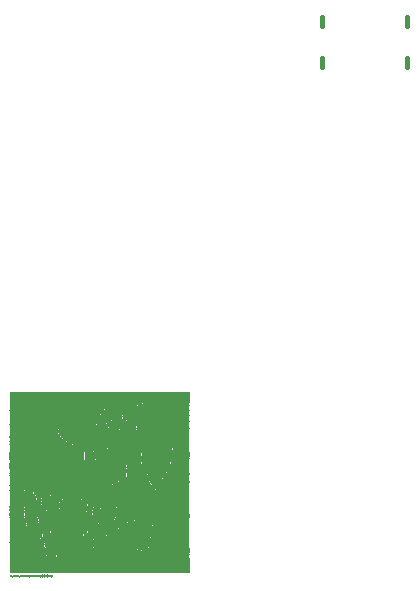
<source format=gbr>
G04 EAGLE Gerber RS-274X export*
G75*
%MOMM*%
%FSLAX34Y34*%
%LPD*%
%IN*%
%IPPOS*%
%AMOC8*
5,1,8,0,0,1.08239X$1,22.5*%
G01*
%ADD10R,15.176500X0.063500*%
%ADD11R,3.365500X0.063500*%
%ADD12R,0.317500X0.063500*%
%ADD13R,0.127000X0.063500*%
%ADD14R,10.350500X0.063500*%
%ADD15R,0.190500X0.063500*%
%ADD16R,0.063500X0.063500*%
%ADD17R,3.238500X0.063500*%
%ADD18R,0.444500X0.063500*%
%ADD19R,8.636000X0.063500*%
%ADD20R,1.778000X0.063500*%
%ADD21R,3.175000X0.063500*%
%ADD22R,0.254000X0.063500*%
%ADD23R,8.128000X0.063500*%
%ADD24R,0.508000X0.063500*%
%ADD25R,3.111500X0.063500*%
%ADD26R,0.571500X0.063500*%
%ADD27R,3.048000X0.063500*%
%ADD28R,8.064500X0.063500*%
%ADD29R,0.635000X0.063500*%
%ADD30R,4.254500X0.063500*%
%ADD31R,3.556000X0.063500*%
%ADD32R,4.191000X0.063500*%
%ADD33R,3.492500X0.063500*%
%ADD34R,2.984500X0.063500*%
%ADD35R,4.064000X0.063500*%
%ADD36R,3.746500X0.063500*%
%ADD37R,0.889000X0.063500*%
%ADD38R,3.302000X0.063500*%
%ADD39R,1.079500X0.063500*%
%ADD40R,3.429000X0.063500*%
%ADD41R,1.460500X0.063500*%
%ADD42R,2.667000X0.063500*%
%ADD43R,1.587500X0.063500*%
%ADD44R,2.603500X0.063500*%
%ADD45R,2.730500X0.063500*%
%ADD46R,1.968500X0.063500*%
%ADD47R,2.540000X0.063500*%
%ADD48R,2.159000X0.063500*%
%ADD49R,2.413000X0.063500*%
%ADD50R,1.333500X0.063500*%
%ADD51R,2.349500X0.063500*%
%ADD52R,0.381000X0.063500*%
%ADD53R,2.794000X0.063500*%
%ADD54R,2.286000X0.063500*%
%ADD55R,2.222500X0.063500*%
%ADD56R,0.698500X0.063500*%
%ADD57R,0.762000X0.063500*%
%ADD58R,2.095500X0.063500*%
%ADD59R,2.857500X0.063500*%
%ADD60R,2.032000X0.063500*%
%ADD61R,0.952500X0.063500*%
%ADD62R,1.016000X0.063500*%
%ADD63R,1.524000X0.063500*%
%ADD64R,1.905000X0.063500*%
%ADD65R,2.921000X0.063500*%
%ADD66R,1.397000X0.063500*%
%ADD67R,1.143000X0.063500*%
%ADD68R,2.476500X0.063500*%
%ADD69R,0.825500X0.063500*%
%ADD70R,1.206500X0.063500*%
%ADD71R,1.270000X0.063500*%
%ADD72R,1.841500X0.063500*%
%ADD73R,1.714500X0.063500*%
%ADD74R,1.651000X0.063500*%
%ADD75R,5.397500X0.063500*%
%ADD76R,5.461000X0.063500*%
%ADD77R,5.524500X0.063500*%
%ADD78R,5.905500X0.063500*%
%ADD79R,6.096000X0.063500*%
%ADD80R,6.159500X0.063500*%
%ADD81R,8.572500X0.063500*%
%ADD82R,7.429500X0.063500*%
%ADD83R,7.175500X0.063500*%
%ADD84R,6.794500X0.063500*%
%ADD85R,6.604000X0.063500*%
%ADD86R,6.350000X0.063500*%
%ADD87R,5.969000X0.063500*%
%ADD88R,4.635500X0.063500*%
%ADD89R,5.651500X0.063500*%
%ADD90R,4.826000X0.063500*%
%ADD91R,5.080000X0.063500*%
%ADD92R,5.207000X0.063500*%
%ADD93R,4.762500X0.063500*%
%ADD94R,6.032500X0.063500*%
%ADD95R,4.445000X0.063500*%
%ADD96R,3.937000X0.063500*%
%ADD97R,6.858000X0.063500*%
%ADD98R,3.873500X0.063500*%
%ADD99R,8.191500X0.063500*%
%ADD100R,3.619500X0.063500*%
%ADD101R,8.382000X0.063500*%
%ADD102R,8.699500X0.063500*%
%ADD103R,8.826500X0.063500*%
%ADD104R,8.953500X0.063500*%
%ADD105R,9.080500X0.063500*%
%ADD106R,9.207500X0.063500*%
%ADD107R,9.271000X0.063500*%
%ADD108R,9.334500X0.063500*%
%ADD109R,9.461500X0.063500*%
%ADD110R,9.842500X0.063500*%
%ADD111R,9.906000X0.063500*%
%ADD112R,9.969500X0.063500*%
%ADD113R,6.477000X0.063500*%
%ADD114R,6.413500X0.063500*%
%ADD115R,6.540500X0.063500*%
%ADD116R,8.509000X0.063500*%
%ADD117R,7.937500X0.063500*%
%ADD118R,4.699000X0.063500*%
%ADD119R,5.715000X0.063500*%
%ADD120R,5.143500X0.063500*%
%ADD121R,5.334000X0.063500*%
%ADD122R,5.270500X0.063500*%
%ADD123R,5.016500X0.063500*%
%ADD124R,5.778500X0.063500*%
%ADD125R,4.572000X0.063500*%
%ADD126R,4.508500X0.063500*%
%ADD127R,6.223000X0.063500*%
%ADD128R,6.286500X0.063500*%
%ADD129R,4.381500X0.063500*%
%ADD130R,4.318000X0.063500*%
%ADD131R,4.127500X0.063500*%
%ADD132R,4.889500X0.063500*%
%ADD133R,4.953000X0.063500*%
%ADD134R,7.366000X0.063500*%
%ADD135R,7.493000X0.063500*%
%ADD136R,7.556500X0.063500*%
%ADD137R,7.620000X0.063500*%
%ADD138R,7.683500X0.063500*%
%ADD139R,7.747000X0.063500*%
%ADD140R,7.810500X0.063500*%
%ADD141R,7.874000X0.063500*%
%ADD142R,8.001000X0.063500*%
%ADD143R,8.255000X0.063500*%
%ADD144R,8.318500X0.063500*%
%ADD145R,8.445500X0.063500*%
%ADD146R,9.144000X0.063500*%
%ADD147R,3.683000X0.063500*%
%ADD148R,10.858500X0.063500*%
%ADD149C,0.000000*%
%ADD150C,0.450000*%


D10*
X75565Y0D03*
X75565Y635D03*
X75565Y1270D03*
X75565Y1905D03*
X75565Y2540D03*
X75565Y3175D03*
X75565Y3810D03*
X75565Y4445D03*
X75565Y5080D03*
X75565Y5715D03*
X75565Y6350D03*
X75565Y6985D03*
X75565Y7620D03*
X75565Y8255D03*
X75565Y8890D03*
X75565Y9525D03*
X75565Y10160D03*
X75565Y10795D03*
X75565Y11430D03*
D11*
X16510Y12065D03*
D12*
X38100Y12065D03*
D13*
X42228Y12065D03*
D12*
X45720Y12065D03*
D14*
X99695Y12065D03*
D12*
X34925Y12065D03*
D15*
X40640Y12065D03*
D13*
X43498Y12065D03*
D16*
X47625Y12065D03*
D17*
X15875Y12700D03*
D12*
X38100Y12700D03*
D18*
X59690Y12700D03*
D19*
X108268Y12700D03*
D18*
X34290Y12700D03*
D20*
X48578Y12700D03*
D12*
X63500Y12700D03*
D21*
X15558Y13335D03*
D22*
X37783Y13335D03*
D23*
X110808Y13335D03*
D24*
X33973Y13335D03*
D25*
X54610Y13335D03*
X15240Y13970D03*
D22*
X37783Y13970D03*
D23*
X110808Y13970D03*
D26*
X33655Y13970D03*
D25*
X54610Y13970D03*
X15240Y14605D03*
D22*
X37783Y14605D03*
D23*
X110808Y14605D03*
D26*
X33655Y14605D03*
D25*
X54610Y14605D03*
D27*
X14923Y15240D03*
D22*
X37783Y15240D03*
D28*
X111125Y15240D03*
D29*
X33338Y15240D03*
D21*
X54928Y15240D03*
D27*
X14923Y15875D03*
D15*
X37465Y15875D03*
D23*
X110808Y15875D03*
D29*
X33338Y15875D03*
D21*
X54293Y15875D03*
D27*
X14923Y16510D03*
D15*
X37465Y16510D03*
D28*
X111125Y16510D03*
D29*
X33338Y16510D03*
D17*
X54610Y16510D03*
D27*
X14923Y17145D03*
D15*
X37465Y17145D03*
D30*
X92075Y17145D03*
D31*
X133668Y17145D03*
D29*
X33338Y17145D03*
D17*
X54610Y17145D03*
D22*
X114618Y17145D03*
D27*
X14923Y17780D03*
D15*
X36830Y17780D03*
D32*
X91123Y17780D03*
D33*
X133985Y17780D03*
D26*
X33020Y17780D03*
D17*
X53975Y17780D03*
D18*
X114300Y17780D03*
D34*
X14605Y18415D03*
D15*
X36830Y18415D03*
D35*
X90488Y18415D03*
D33*
X133985Y18415D03*
D29*
X32703Y18415D03*
D17*
X53975Y18415D03*
D26*
X113665Y18415D03*
D34*
X14605Y19050D03*
D15*
X36830Y19050D03*
D36*
X88900Y19050D03*
D33*
X133985Y19050D03*
D29*
X32703Y19050D03*
D17*
X53975Y19050D03*
D37*
X112078Y19050D03*
D34*
X14605Y19685D03*
D15*
X36830Y19685D03*
D38*
X86678Y19685D03*
D13*
X105093Y19685D03*
D33*
X133985Y19685D03*
D29*
X32703Y19685D03*
D17*
X53975Y19685D03*
D13*
X103823Y19685D03*
D39*
X111125Y19685D03*
D34*
X14605Y20320D03*
D15*
X36195Y20320D03*
D17*
X86360Y20320D03*
D40*
X134303Y20320D03*
D26*
X32385Y20320D03*
D38*
X53658Y20320D03*
D41*
X109855Y20320D03*
D42*
X13018Y20955D03*
D22*
X28258Y20955D03*
D15*
X36195Y20955D03*
D25*
X85725Y20955D03*
D40*
X134303Y20955D03*
D16*
X26670Y20955D03*
D26*
X32385Y20955D03*
D38*
X53658Y20955D03*
D43*
X109220Y20955D03*
D44*
X12700Y21590D03*
D15*
X27940Y21590D03*
D22*
X35878Y21590D03*
D45*
X83820Y21590D03*
D40*
X134303Y21590D03*
D13*
X26353Y21590D03*
D26*
X31750Y21590D03*
D38*
X53658Y21590D03*
D46*
X107315Y21590D03*
D47*
X12383Y22225D03*
D15*
X27940Y22225D03*
D22*
X35878Y22225D03*
D44*
X83185Y22225D03*
D11*
X134620Y22225D03*
D15*
X26035Y22225D03*
D26*
X31750Y22225D03*
D38*
X53658Y22225D03*
D48*
X106998Y22225D03*
D49*
X11748Y22860D03*
D15*
X27940Y22860D03*
D22*
X35878Y22860D03*
D26*
X71755Y22860D03*
D16*
X76200Y22860D03*
D50*
X84455Y22860D03*
D16*
X92075Y22860D03*
D11*
X134620Y22860D03*
D12*
X25400Y22860D03*
D26*
X31750Y22860D03*
D21*
X53023Y22860D03*
D13*
X75248Y22860D03*
X77153Y22860D03*
D16*
X91440Y22860D03*
D47*
X105093Y22860D03*
D51*
X11430Y23495D03*
D15*
X27305Y23495D03*
D22*
X35878Y23495D03*
D52*
X70803Y23495D03*
D39*
X84455Y23495D03*
D11*
X134620Y23495D03*
D12*
X24765Y23495D03*
D29*
X31433Y23495D03*
D21*
X53023Y23495D03*
D29*
X75883Y23495D03*
D53*
X103823Y23495D03*
D51*
X11430Y24130D03*
D22*
X27623Y24130D03*
D15*
X35560Y24130D03*
D18*
X70485Y24130D03*
D37*
X83503Y24130D03*
D38*
X134938Y24130D03*
D12*
X24765Y24130D03*
D26*
X31750Y24130D03*
D21*
X52388Y24130D03*
D29*
X75883Y24130D03*
D27*
X103188Y24130D03*
D54*
X11113Y24765D03*
D15*
X27305Y24765D03*
D22*
X35243Y24765D03*
D18*
X70485Y24765D03*
D29*
X82233Y24765D03*
D38*
X134938Y24765D03*
D52*
X24448Y24765D03*
D26*
X31115Y24765D03*
D21*
X52388Y24765D03*
D29*
X75883Y24765D03*
D38*
X101918Y24765D03*
D55*
X10795Y25400D03*
D15*
X27305Y25400D03*
D22*
X35243Y25400D03*
D18*
X70485Y25400D03*
X81915Y25400D03*
D38*
X134938Y25400D03*
D18*
X24130Y25400D03*
D26*
X31115Y25400D03*
D21*
X52388Y25400D03*
D56*
X76200Y25400D03*
D40*
X101283Y25400D03*
D55*
X10795Y26035D03*
D15*
X27305Y26035D03*
D22*
X35243Y26035D03*
D52*
X70168Y26035D03*
D18*
X81915Y26035D03*
D38*
X134938Y26035D03*
D18*
X24130Y26035D03*
D26*
X31115Y26035D03*
D21*
X52388Y26035D03*
D57*
X75883Y26035D03*
D40*
X101283Y26035D03*
D48*
X10478Y26670D03*
D13*
X26988Y26670D03*
D15*
X34925Y26670D03*
D52*
X70168Y26670D03*
D24*
X82233Y26670D03*
D38*
X134938Y26670D03*
D24*
X23813Y26670D03*
D29*
X30798Y26670D03*
D17*
X52070Y26670D03*
D57*
X75883Y26670D03*
D11*
X101600Y26670D03*
D48*
X10478Y27305D03*
D15*
X26670Y27305D03*
D16*
X33655Y27305D03*
X66675Y27305D03*
D22*
X69533Y27305D03*
D24*
X82233Y27305D03*
D38*
X134938Y27305D03*
D18*
X23495Y27305D03*
D26*
X30480Y27305D03*
D17*
X50165Y27305D03*
D13*
X67628Y27305D03*
D37*
X75248Y27305D03*
D11*
X101600Y27305D03*
D58*
X10160Y27940D03*
D15*
X26670Y27940D03*
X33655Y27940D03*
D57*
X66993Y27940D03*
D26*
X82550Y27940D03*
D38*
X134938Y27940D03*
D24*
X23178Y27940D03*
X30163Y27940D03*
D59*
X48895Y27940D03*
D37*
X75248Y27940D03*
D38*
X101918Y27940D03*
D60*
X9843Y28575D03*
D15*
X26670Y28575D03*
D12*
X33655Y28575D03*
D61*
X67310Y28575D03*
D29*
X82233Y28575D03*
D17*
X135255Y28575D03*
D26*
X22860Y28575D03*
D18*
X29845Y28575D03*
D45*
X48895Y28575D03*
D56*
X75565Y28575D03*
D11*
X102235Y28575D03*
D46*
X9525Y29210D03*
D15*
X26670Y29210D03*
D22*
X33338Y29210D03*
D62*
X67628Y29210D03*
D56*
X82550Y29210D03*
D17*
X135255Y29210D03*
D29*
X22543Y29210D03*
D18*
X29845Y29210D03*
D53*
X48578Y29210D03*
D29*
X75883Y29210D03*
D38*
X102553Y29210D03*
D43*
X7620Y29845D03*
D22*
X17463Y29845D03*
X26353Y29845D03*
X33338Y29845D03*
D12*
X63500Y29845D03*
D52*
X71438Y29845D03*
D56*
X82550Y29845D03*
D17*
X135255Y29845D03*
D16*
X15875Y29845D03*
D29*
X21908Y29845D03*
D18*
X29845Y29845D03*
D45*
X48260Y29845D03*
D18*
X67310Y29845D03*
D26*
X76200Y29845D03*
D38*
X102553Y29845D03*
D43*
X7620Y30480D03*
D13*
X17463Y30480D03*
D22*
X26353Y30480D03*
X33338Y30480D03*
X63183Y30480D03*
X72073Y30480D03*
D56*
X83185Y30480D03*
D17*
X135255Y30480D03*
D13*
X16193Y30480D03*
D56*
X21590Y30480D03*
D18*
X29845Y30480D03*
D45*
X48260Y30480D03*
D29*
X67628Y30480D03*
X76518Y30480D03*
D17*
X102870Y30480D03*
D63*
X7303Y31115D03*
D22*
X26353Y31115D03*
X33338Y31115D03*
D15*
X62865Y31115D03*
D13*
X72073Y31115D03*
D24*
X84138Y31115D03*
D17*
X135255Y31115D03*
D62*
X20003Y31115D03*
D18*
X29845Y31115D03*
D45*
X48260Y31115D03*
D57*
X67628Y31115D03*
D37*
X77153Y31115D03*
D17*
X102870Y31115D03*
D63*
X7303Y31750D03*
D22*
X26353Y31750D03*
X33338Y31750D03*
D15*
X62865Y31750D03*
D52*
X84773Y31750D03*
D21*
X135573Y31750D03*
D62*
X20003Y31750D03*
D18*
X29845Y31750D03*
D45*
X48260Y31750D03*
D64*
X73343Y31750D03*
D38*
X103188Y31750D03*
D41*
X6985Y32385D03*
D22*
X26353Y32385D03*
X33338Y32385D03*
D15*
X63500Y32385D03*
D52*
X86043Y32385D03*
D21*
X135573Y32385D03*
D39*
X19685Y32385D03*
D18*
X29845Y32385D03*
D53*
X48578Y32385D03*
D46*
X74295Y32385D03*
D21*
X103823Y32385D03*
D63*
X7303Y33020D03*
D13*
X26353Y33020D03*
D22*
X33338Y33020D03*
D15*
X63500Y33020D03*
D12*
X86995Y33020D03*
D21*
X135573Y33020D03*
D39*
X20320Y33020D03*
D24*
X29528Y33020D03*
D53*
X48578Y33020D03*
D58*
X74930Y33020D03*
D25*
X104140Y33020D03*
D63*
X7303Y33655D03*
D15*
X26035Y33655D03*
X33020Y33655D03*
X64135Y33655D03*
D12*
X87630Y33655D03*
D21*
X135573Y33655D03*
D62*
X20003Y33655D03*
D24*
X29528Y33655D03*
D65*
X48578Y33655D03*
D58*
X75565Y33655D03*
D27*
X104458Y33655D03*
D63*
X7303Y34290D03*
D15*
X26035Y34290D03*
X33020Y34290D03*
D22*
X64453Y34290D03*
D12*
X88900Y34290D03*
D21*
X135573Y34290D03*
D62*
X20003Y34290D03*
D24*
X29528Y34290D03*
D65*
X48578Y34290D03*
D48*
X76518Y34290D03*
D65*
X105093Y34290D03*
D63*
X7303Y34925D03*
D15*
X26035Y34925D03*
X33020Y34925D03*
D18*
X66675Y34925D03*
D52*
X89853Y34925D03*
D21*
X135573Y34925D03*
D62*
X20003Y34925D03*
D24*
X29528Y34925D03*
D27*
X49213Y34925D03*
D64*
X78423Y34925D03*
D53*
X105728Y34925D03*
D41*
X6985Y35560D03*
D15*
X26035Y35560D03*
D13*
X32703Y35560D03*
D24*
X66993Y35560D03*
D12*
X91440Y35560D03*
D21*
X135573Y35560D03*
D39*
X19685Y35560D03*
D24*
X29528Y35560D03*
D25*
X48895Y35560D03*
D60*
X79693Y35560D03*
D42*
X106363Y35560D03*
D41*
X6985Y36195D03*
D15*
X26035Y36195D03*
D13*
X32703Y36195D03*
D26*
X66675Y36195D03*
D15*
X74930Y36195D03*
D12*
X92075Y36195D03*
D21*
X135573Y36195D03*
D39*
X19685Y36195D03*
D24*
X29528Y36195D03*
D27*
X48578Y36195D03*
D18*
X71755Y36195D03*
D41*
X83185Y36195D03*
D44*
X106680Y36195D03*
D66*
X6668Y36830D03*
D15*
X26035Y36830D03*
X32385Y36830D03*
D52*
X65088Y36830D03*
D13*
X68263Y36830D03*
D52*
X75883Y36830D03*
D12*
X93345Y36830D03*
D21*
X135573Y36830D03*
D67*
X19368Y36830D03*
D18*
X29210Y36830D03*
D34*
X48260Y36830D03*
D16*
X67310Y36830D03*
D24*
X71438Y36830D03*
D66*
X84773Y36830D03*
D68*
X107315Y36830D03*
D66*
X6668Y37465D03*
D15*
X26035Y37465D03*
D13*
X32068Y37465D03*
D12*
X64135Y37465D03*
D24*
X76518Y37465D03*
D52*
X94933Y37465D03*
D25*
X135890Y37465D03*
D67*
X19368Y37465D03*
D18*
X29210Y37465D03*
D34*
X47625Y37465D03*
D69*
X69850Y37465D03*
D66*
X86043Y37465D03*
D51*
X108585Y37465D03*
D66*
X6668Y38100D03*
D13*
X25718Y38100D03*
X32068Y38100D03*
D22*
X63818Y38100D03*
D26*
X77470Y38100D03*
D52*
X96203Y38100D03*
D25*
X135890Y38100D03*
D67*
X19368Y38100D03*
D24*
X28893Y38100D03*
D34*
X47625Y38100D03*
D61*
X69850Y38100D03*
D66*
X87313Y38100D03*
D55*
X109220Y38100D03*
D66*
X6668Y38735D03*
D13*
X25718Y38735D03*
D15*
X31750Y38735D03*
D22*
X63818Y38735D03*
D29*
X78423Y38735D03*
D52*
X96838Y38735D03*
D25*
X135890Y38735D03*
D67*
X19368Y38735D03*
D18*
X28575Y38735D03*
D34*
X47625Y38735D03*
D62*
X70168Y38735D03*
D50*
X88265Y38735D03*
D48*
X109538Y38735D03*
D66*
X6668Y39370D03*
D15*
X25400Y39370D03*
X31750Y39370D03*
D13*
X63818Y39370D03*
D56*
X79375Y39370D03*
D52*
X98108Y39370D03*
D25*
X135890Y39370D03*
D39*
X19050Y39370D03*
D18*
X28575Y39370D03*
D27*
X47943Y39370D03*
D67*
X70168Y39370D03*
D50*
X89535Y39370D03*
D60*
X110173Y39370D03*
D50*
X6350Y40005D03*
D15*
X25400Y40005D03*
X31750Y40005D03*
X64135Y40005D03*
D57*
X79693Y40005D03*
D16*
X85090Y40005D03*
D52*
X98743Y40005D03*
D25*
X135890Y40005D03*
D67*
X18733Y40005D03*
D18*
X28575Y40005D03*
D27*
X47943Y40005D03*
D39*
X70485Y40005D03*
D13*
X84138Y40005D03*
D67*
X91123Y40005D03*
D46*
X110490Y40005D03*
D50*
X6350Y40640D03*
D15*
X25400Y40640D03*
D13*
X31433Y40640D03*
D15*
X64135Y40640D03*
D39*
X80645Y40640D03*
D12*
X99695Y40640D03*
D25*
X135890Y40640D03*
D67*
X18733Y40640D03*
D18*
X28575Y40640D03*
D25*
X47625Y40640D03*
D62*
X70168Y40640D03*
D70*
X92075Y40640D03*
D64*
X110808Y40640D03*
D66*
X6668Y41275D03*
D13*
X25083Y41275D03*
X31433Y41275D03*
D15*
X64770Y41275D03*
D70*
X80645Y41275D03*
D12*
X100330Y41275D03*
D27*
X136208Y41275D03*
D39*
X19050Y41275D03*
D24*
X28258Y41275D03*
D21*
X47943Y41275D03*
D37*
X70168Y41275D03*
D70*
X92710Y41275D03*
D64*
X111443Y41275D03*
D50*
X6350Y41910D03*
D15*
X24765Y41910D03*
X31115Y41910D03*
D22*
X65088Y41910D03*
D71*
X80328Y41910D03*
D12*
X100965Y41910D03*
D27*
X136208Y41910D03*
D39*
X18415Y41910D03*
D18*
X27940Y41910D03*
D21*
X47943Y41910D03*
D57*
X70168Y41910D03*
D71*
X93028Y41910D03*
D72*
X111760Y41910D03*
D50*
X6350Y42545D03*
D15*
X24765Y42545D03*
X31115Y42545D03*
D22*
X65723Y42545D03*
D41*
X80010Y42545D03*
D52*
X101918Y42545D03*
D27*
X136208Y42545D03*
D39*
X18415Y42545D03*
D18*
X27940Y42545D03*
D17*
X48260Y42545D03*
D26*
X69850Y42545D03*
D71*
X93663Y42545D03*
D73*
X112395Y42545D03*
D66*
X6668Y43180D03*
D13*
X25083Y43180D03*
D15*
X31115Y43180D03*
D22*
X66358Y43180D03*
D63*
X79693Y43180D03*
D52*
X102553Y43180D03*
D27*
X136208Y43180D03*
D39*
X19050Y43180D03*
D18*
X27940Y43180D03*
D38*
X48578Y43180D03*
D18*
X69850Y43180D03*
D50*
X93980Y43180D03*
D74*
X112713Y43180D03*
D50*
X6350Y43815D03*
D15*
X24765Y43815D03*
X31115Y43815D03*
D12*
X67310Y43815D03*
D72*
X78740Y43815D03*
D52*
X103188Y43815D03*
D27*
X136208Y43815D03*
D39*
X18415Y43815D03*
D18*
X27940Y43815D03*
D11*
X48895Y43815D03*
D16*
X69215Y43815D03*
D50*
X94615Y43815D03*
D43*
X113030Y43815D03*
D50*
X6350Y44450D03*
D15*
X24765Y44450D03*
X31115Y44450D03*
D54*
X77153Y44450D03*
D12*
X104140Y44450D03*
D27*
X136208Y44450D03*
D39*
X18415Y44450D03*
D18*
X27940Y44450D03*
D11*
X48895Y44450D03*
D66*
X95568Y44450D03*
D63*
X113348Y44450D03*
D50*
X6350Y45085D03*
D22*
X24448Y45085D03*
D15*
X31115Y45085D03*
D49*
X77153Y45085D03*
D12*
X104775Y45085D03*
D27*
X136208Y45085D03*
D62*
X18098Y45085D03*
D18*
X27940Y45085D03*
D38*
X48578Y45085D03*
D66*
X96203Y45085D03*
D41*
X113665Y45085D03*
D50*
X6350Y45720D03*
D15*
X24130Y45720D03*
D22*
X30798Y45720D03*
X66358Y45720D03*
D64*
X78423Y45720D03*
D15*
X89535Y45720D03*
D12*
X105410Y45720D03*
D27*
X136208Y45720D03*
D62*
X18098Y45720D03*
D18*
X27305Y45720D03*
D38*
X48578Y45720D03*
D13*
X68263Y45720D03*
D16*
X88265Y45720D03*
D50*
X97155Y45720D03*
D66*
X113983Y45720D03*
D71*
X6033Y46355D03*
D15*
X24130Y46355D03*
X30480Y46355D03*
D22*
X66358Y46355D03*
D72*
X79375Y46355D03*
D15*
X90170Y46355D03*
D12*
X106045Y46355D03*
D34*
X136525Y46355D03*
D39*
X17780Y46355D03*
D18*
X27305Y46355D03*
D11*
X48260Y46355D03*
D22*
X68898Y46355D03*
D16*
X88900Y46355D03*
D50*
X97790Y46355D03*
D66*
X114618Y46355D03*
D50*
X6350Y46990D03*
D15*
X24130Y46990D03*
X30480Y46990D03*
X66040Y46990D03*
D72*
X78740Y46990D03*
D13*
X91123Y46990D03*
D12*
X106680Y46990D03*
D34*
X136525Y46990D03*
D62*
X18098Y46990D03*
D18*
X27305Y46990D03*
D11*
X48260Y46990D03*
D22*
X68263Y46990D03*
X89218Y46990D03*
D50*
X98425Y46990D03*
X114935Y46990D03*
D71*
X6033Y47625D03*
D15*
X24130Y47625D03*
X30480Y47625D03*
D22*
X65723Y47625D03*
D20*
X79058Y47625D03*
D15*
X91440Y47625D03*
D12*
X107315Y47625D03*
D34*
X136525Y47625D03*
D39*
X17780Y47625D03*
D18*
X27305Y47625D03*
D38*
X47943Y47625D03*
D12*
X68580Y47625D03*
D22*
X89218Y47625D03*
D50*
X99060Y47625D03*
D71*
X115253Y47625D03*
X6033Y48260D03*
D15*
X23495Y48260D03*
X30480Y48260D03*
D22*
X65723Y48260D03*
D72*
X79375Y48260D03*
D13*
X92393Y48260D03*
D12*
X107950Y48260D03*
D34*
X136525Y48260D03*
D62*
X17463Y48260D03*
D24*
X26988Y48260D03*
D38*
X47943Y48260D03*
D12*
X68580Y48260D03*
X90170Y48260D03*
D50*
X99695Y48260D03*
D70*
X115570Y48260D03*
D71*
X6033Y48895D03*
D15*
X23495Y48895D03*
X30480Y48895D03*
D22*
X65723Y48895D03*
D64*
X79058Y48895D03*
D13*
X93028Y48895D03*
D22*
X108903Y48895D03*
D34*
X136525Y48895D03*
D62*
X17463Y48895D03*
D24*
X26988Y48895D03*
D38*
X47943Y48895D03*
D22*
X68263Y48895D03*
D52*
X90488Y48895D03*
D66*
X100648Y48895D03*
D67*
X115888Y48895D03*
D71*
X6033Y49530D03*
D15*
X23495Y49530D03*
D13*
X30163Y49530D03*
D22*
X65723Y49530D03*
D64*
X79058Y49530D03*
D13*
X93663Y49530D03*
D12*
X109220Y49530D03*
D65*
X136843Y49530D03*
D62*
X17463Y49530D03*
D24*
X26988Y49530D03*
D11*
X47625Y49530D03*
D22*
X68263Y49530D03*
D18*
X90805Y49530D03*
D50*
X100965Y49530D03*
D67*
X116523Y49530D03*
D50*
X6350Y50165D03*
D15*
X23495Y50165D03*
D13*
X30163Y50165D03*
D22*
X65723Y50165D03*
D64*
X79058Y50165D03*
D13*
X94298Y50165D03*
D22*
X109538Y50165D03*
D65*
X136843Y50165D03*
D61*
X17780Y50165D03*
D24*
X26988Y50165D03*
D11*
X47625Y50165D03*
D22*
X68263Y50165D03*
D24*
X91123Y50165D03*
D50*
X101600Y50165D03*
D67*
X116523Y50165D03*
D50*
X6350Y50800D03*
D13*
X23178Y50800D03*
D15*
X26035Y50800D03*
D13*
X30163Y50800D03*
D15*
X65405Y50800D03*
D64*
X79058Y50800D03*
D15*
X95250Y50800D03*
D22*
X110173Y50800D03*
D65*
X136843Y50800D03*
D61*
X17780Y50800D03*
D13*
X24448Y50800D03*
D22*
X28258Y50800D03*
D11*
X47625Y50800D03*
D12*
X67945Y50800D03*
D26*
X91440Y50800D03*
D71*
X102553Y50800D03*
D39*
X116840Y50800D03*
D50*
X6350Y51435D03*
D29*
X25718Y51435D03*
D15*
X65405Y51435D03*
D64*
X79058Y51435D03*
D15*
X95885Y51435D03*
D12*
X110490Y51435D03*
D59*
X137160Y51435D03*
D61*
X17780Y51435D03*
D31*
X46673Y51435D03*
D12*
X67945Y51435D03*
D29*
X91758Y51435D03*
D70*
X102870Y51435D03*
D39*
X117475Y51435D03*
D71*
X6033Y52070D03*
D57*
X26988Y52070D03*
D13*
X65088Y52070D03*
D64*
X79058Y52070D03*
D15*
X96520Y52070D03*
D12*
X110490Y52070D03*
D59*
X137160Y52070D03*
D39*
X17780Y52070D03*
D11*
X47625Y52070D03*
D52*
X67628Y52070D03*
D56*
X92075Y52070D03*
D67*
X103188Y52070D03*
D39*
X117475Y52070D03*
D71*
X6033Y52705D03*
D61*
X27940Y52705D03*
D15*
X64770Y52705D03*
D46*
X79375Y52705D03*
D15*
X97155Y52705D03*
D12*
X111125Y52705D03*
D59*
X137160Y52705D03*
D39*
X17780Y52705D03*
D25*
X48260Y52705D03*
D52*
X67628Y52705D03*
D56*
X92710Y52705D03*
D67*
X103823Y52705D03*
D62*
X117793Y52705D03*
D50*
X6350Y53340D03*
D39*
X28575Y53340D03*
D15*
X64770Y53340D03*
X69850Y53340D03*
D73*
X80645Y53340D03*
D15*
X97790Y53340D03*
D22*
X111443Y53340D03*
D53*
X137478Y53340D03*
D62*
X18098Y53340D03*
D34*
X48895Y53340D03*
D12*
X67310Y53340D03*
D13*
X71438Y53340D03*
D57*
X93028Y53340D03*
D67*
X104458Y53340D03*
D39*
X118110Y53340D03*
D50*
X6350Y53975D03*
D64*
X32068Y53975D03*
D15*
X64770Y53975D03*
X69850Y53975D03*
D50*
X83185Y53975D03*
D16*
X98425Y53975D03*
D22*
X112078Y53975D03*
D53*
X137478Y53975D03*
D61*
X17780Y53975D03*
D55*
X52705Y53975D03*
D12*
X67310Y53975D03*
D26*
X73660Y53975D03*
D69*
X93980Y53975D03*
D70*
X104775Y53975D03*
D62*
X118428Y53975D03*
D71*
X6033Y54610D03*
D61*
X26670Y54610D03*
D67*
X37783Y54610D03*
D16*
X45085Y54610D03*
D22*
X64453Y54610D03*
X69533Y54610D03*
D39*
X84455Y54610D03*
D12*
X112395Y54610D03*
D53*
X137478Y54610D03*
D61*
X17145Y54610D03*
D16*
X31750Y54610D03*
D13*
X44133Y54610D03*
D20*
X54293Y54610D03*
D22*
X66993Y54610D03*
D69*
X74930Y54610D03*
D58*
X100330Y54610D03*
D61*
X118745Y54610D03*
D71*
X6033Y55245D03*
D56*
X24765Y55245D03*
D15*
X30480Y55245D03*
D66*
X42228Y55245D03*
D22*
X64453Y55245D03*
X69533Y55245D03*
D69*
X85725Y55245D03*
D12*
X113030Y55245D03*
D53*
X137478Y55245D03*
D37*
X16828Y55245D03*
D13*
X28893Y55245D03*
D52*
X33338Y55245D03*
D66*
X56198Y55245D03*
D22*
X66993Y55245D03*
D39*
X76200Y55245D03*
D48*
X100648Y55245D03*
D37*
X119063Y55245D03*
D70*
X5715Y55880D03*
D24*
X23178Y55880D03*
D15*
X27305Y55880D03*
D52*
X31433Y55880D03*
D13*
X37783Y55880D03*
D16*
X39370Y55880D03*
D50*
X46990Y55880D03*
D22*
X64453Y55880D03*
X68898Y55880D03*
D29*
X87313Y55880D03*
D22*
X113348Y55880D03*
D53*
X137478Y55880D03*
D37*
X16193Y55880D03*
D16*
X26035Y55880D03*
D13*
X28893Y55880D03*
D52*
X35243Y55880D03*
D16*
X38735Y55880D03*
X40005Y55880D03*
D61*
X58420Y55880D03*
D15*
X66675Y55880D03*
D66*
X77153Y55880D03*
D48*
X101283Y55880D03*
D37*
X119063Y55880D03*
D70*
X5715Y56515D03*
D18*
X22860Y56515D03*
X28575Y56515D03*
D12*
X33020Y56515D03*
D67*
X49848Y56515D03*
D22*
X64453Y56515D03*
X68898Y56515D03*
D24*
X87948Y56515D03*
D12*
X113665Y56515D03*
D53*
X137478Y56515D03*
D37*
X16193Y56515D03*
D13*
X25718Y56515D03*
D16*
X31115Y56515D03*
D61*
X39370Y56515D03*
D57*
X59373Y56515D03*
D15*
X66675Y56515D03*
D63*
X77788Y56515D03*
D48*
X101283Y56515D03*
D69*
X119380Y56515D03*
D70*
X5715Y57150D03*
D18*
X22225Y57150D03*
D15*
X27305Y57150D03*
D13*
X30163Y57150D03*
D12*
X34290Y57150D03*
D71*
X53658Y57150D03*
D22*
X64453Y57150D03*
X68263Y57150D03*
D18*
X88265Y57150D03*
D22*
X113983Y57150D03*
D53*
X137478Y57150D03*
D69*
X15875Y57150D03*
D15*
X25400Y57150D03*
D13*
X28893Y57150D03*
D15*
X31750Y57150D03*
D67*
X41593Y57150D03*
D12*
X61595Y57150D03*
D13*
X66358Y57150D03*
D74*
X77788Y57150D03*
D55*
X101600Y57150D03*
D69*
X119380Y57150D03*
D70*
X5715Y57785D03*
D24*
X21908Y57785D03*
D22*
X27623Y57785D03*
D13*
X30798Y57785D03*
D18*
X36195Y57785D03*
D50*
X58420Y57785D03*
D22*
X68263Y57785D03*
D15*
X88900Y57785D03*
X113665Y57785D03*
D53*
X137478Y57785D03*
D57*
X15558Y57785D03*
D15*
X25400Y57785D03*
D13*
X29528Y57785D03*
D22*
X32703Y57785D03*
D50*
X45085Y57785D03*
D15*
X66040Y57785D03*
D72*
X78740Y57785D03*
D54*
X101283Y57785D03*
D37*
X119063Y57785D03*
D67*
X5398Y58420D03*
D24*
X21273Y58420D03*
D12*
X27940Y58420D03*
D13*
X31433Y58420D03*
D26*
X38100Y58420D03*
D39*
X59690Y58420D03*
D12*
X67945Y58420D03*
D53*
X137478Y58420D03*
D57*
X14923Y58420D03*
D22*
X25083Y58420D03*
D13*
X30163Y58420D03*
D12*
X33655Y58420D03*
D50*
X47625Y58420D03*
D13*
X65723Y58420D03*
D75*
X96520Y58420D03*
D67*
X5398Y59055D03*
D26*
X20955Y59055D03*
D12*
X27940Y59055D03*
D13*
X32068Y59055D03*
D26*
X38735Y59055D03*
D29*
X61913Y59055D03*
D12*
X67310Y59055D03*
D53*
X137478Y59055D03*
D56*
X14605Y59055D03*
D22*
X25083Y59055D03*
D15*
X30480Y59055D03*
D12*
X34290Y59055D03*
D73*
X50165Y59055D03*
D16*
X65405Y59055D03*
D76*
X96203Y59055D03*
D67*
X5398Y59690D03*
D29*
X20638Y59690D03*
D52*
X28258Y59690D03*
D15*
X32385Y59690D03*
D69*
X41275Y59690D03*
D18*
X62865Y59690D03*
D15*
X67310Y59690D03*
D53*
X137478Y59690D03*
D29*
X14288Y59690D03*
D22*
X25083Y59690D03*
D13*
X30798Y59690D03*
D52*
X35243Y59690D03*
D63*
X53023Y59690D03*
D13*
X65723Y59690D03*
D77*
X95885Y59690D03*
D39*
X5080Y60325D03*
D26*
X20320Y60325D03*
D18*
X28575Y60325D03*
D15*
X32385Y60325D03*
D57*
X43498Y60325D03*
D22*
X63183Y60325D03*
D53*
X137478Y60325D03*
D56*
X13970Y60325D03*
D12*
X24765Y60325D03*
D16*
X31115Y60325D03*
D29*
X36513Y60325D03*
D41*
X54610Y60325D03*
D78*
X93980Y60325D03*
D67*
X5398Y60960D03*
D29*
X20003Y60960D03*
D18*
X28575Y60960D03*
D13*
X32703Y60960D03*
D56*
X45085Y60960D03*
D22*
X63183Y60960D03*
D53*
X137478Y60960D03*
D26*
X13970Y60960D03*
D12*
X24765Y60960D03*
D13*
X31433Y60960D03*
D69*
X37465Y60960D03*
D50*
X55245Y60960D03*
D78*
X93980Y60960D03*
D67*
X5398Y61595D03*
D12*
X17780Y61595D03*
D22*
X21273Y61595D03*
D24*
X28893Y61595D03*
D13*
X33338Y61595D03*
D66*
X51118Y61595D03*
D52*
X62548Y61595D03*
D53*
X137478Y61595D03*
D24*
X13653Y61595D03*
D16*
X19685Y61595D03*
D52*
X24448Y61595D03*
D13*
X32068Y61595D03*
D62*
X39053Y61595D03*
D22*
X59373Y61595D03*
D78*
X93980Y61595D03*
D67*
X5398Y62230D03*
D52*
X17463Y62230D03*
D22*
X21273Y62230D03*
D26*
X29210Y62230D03*
D13*
X33338Y62230D03*
D20*
X55563Y62230D03*
D53*
X137478Y62230D03*
D18*
X13335Y62230D03*
D16*
X19685Y62230D03*
D52*
X24448Y62230D03*
D16*
X32385Y62230D03*
D71*
X40323Y62230D03*
D78*
X93980Y62230D03*
D39*
X5080Y62865D03*
D12*
X17145Y62865D03*
X20955Y62865D03*
D29*
X28893Y62865D03*
D15*
X33655Y62865D03*
D50*
X56515Y62865D03*
D45*
X137795Y62865D03*
D24*
X13018Y62865D03*
D16*
X19050Y62865D03*
D12*
X24130Y62865D03*
D16*
X32385Y62865D03*
D63*
X42228Y62865D03*
D79*
X93663Y62865D03*
D39*
X5080Y63500D03*
D12*
X16510Y63500D03*
D22*
X20638Y63500D03*
D56*
X29210Y63500D03*
D13*
X33973Y63500D03*
D15*
X36195Y63500D03*
D16*
X53340Y63500D03*
D29*
X59373Y63500D03*
D45*
X137795Y63500D03*
D18*
X12700Y63500D03*
D13*
X18733Y63500D03*
D52*
X23813Y63500D03*
D16*
X33020Y63500D03*
X34925Y63500D03*
D43*
X45085Y63500D03*
D22*
X54928Y63500D03*
D80*
X93345Y63500D03*
D62*
X4763Y64135D03*
D12*
X15875Y64135D03*
D22*
X20638Y64135D03*
D50*
X31750Y64135D03*
D45*
X137795Y64135D03*
D18*
X12065Y64135D03*
D15*
X18415Y64135D03*
D12*
X23495Y64135D03*
D81*
X81280Y64135D03*
D62*
X4763Y64770D03*
D52*
X14923Y64770D03*
D22*
X20003Y64770D03*
D69*
X29210Y64770D03*
D52*
X35878Y64770D03*
D29*
X46673Y64770D03*
D45*
X137795Y64770D03*
D12*
X11430Y64770D03*
D15*
X17780Y64770D03*
D52*
X23178Y64770D03*
D16*
X33655Y64770D03*
D26*
X40640Y64770D03*
D82*
X86995Y64770D03*
D62*
X4763Y65405D03*
D52*
X14288Y65405D03*
D22*
X20003Y65405D03*
D70*
X30480Y65405D03*
D13*
X41593Y65405D03*
D61*
X47625Y65405D03*
D45*
X137795Y65405D03*
D22*
X11113Y65405D03*
X17463Y65405D03*
D12*
X22860Y65405D03*
D18*
X38735Y65405D03*
D16*
X42545Y65405D03*
D83*
X88265Y65405D03*
D61*
X4445Y66040D03*
D52*
X13653Y66040D03*
D22*
X19368Y66040D03*
D70*
X30480Y66040D03*
D43*
X48260Y66040D03*
D45*
X137795Y66040D03*
D22*
X10478Y66040D03*
X16828Y66040D03*
D52*
X22543Y66040D03*
X38418Y66040D03*
D84*
X90170Y66040D03*
D61*
X4445Y66675D03*
D12*
X13335Y66675D03*
D22*
X18733Y66675D03*
D71*
X30163Y66675D03*
D73*
X49530Y66675D03*
D45*
X137795Y66675D03*
D22*
X10478Y66675D03*
X16193Y66675D03*
D52*
X21908Y66675D03*
D18*
X38735Y66675D03*
D85*
X91123Y66675D03*
D61*
X4445Y67310D03*
D12*
X12700Y67310D03*
D22*
X18733Y67310D03*
D50*
X29845Y67310D03*
D60*
X51118Y67310D03*
D42*
X138113Y67310D03*
D15*
X10160Y67310D03*
D12*
X15875Y67310D03*
X21590Y67310D03*
D18*
X38735Y67310D03*
D86*
X93028Y67310D03*
D61*
X4445Y67945D03*
D12*
X11430Y67945D03*
D22*
X18098Y67945D03*
D41*
X29845Y67945D03*
D51*
X52070Y67945D03*
D16*
X64770Y67945D03*
D42*
X138113Y67945D03*
D16*
X9525Y67945D03*
D52*
X14923Y67945D03*
D12*
X20955Y67945D03*
X38735Y67945D03*
D16*
X64135Y67945D03*
D87*
X94933Y67945D03*
D50*
X6350Y68580D03*
D12*
X17780Y68580D03*
D88*
X45085Y68580D03*
D42*
X138113Y68580D03*
D12*
X14605Y68580D03*
D22*
X20638Y68580D03*
D89*
X96520Y68580D03*
D71*
X6033Y69215D03*
D12*
X17145Y69215D03*
D90*
X46038Y69215D03*
D13*
X121603Y69215D03*
D42*
X138113Y69215D03*
D12*
X13970Y69215D03*
X20320Y69215D03*
D91*
X95568Y69215D03*
D22*
X123508Y69215D03*
D70*
X5715Y69850D03*
D22*
X16828Y69850D03*
D92*
X46673Y69850D03*
D22*
X121603Y69850D03*
D42*
X138113Y69850D03*
D52*
X13653Y69850D03*
D22*
X19368Y69850D03*
D93*
X96520Y69850D03*
D15*
X123825Y69850D03*
D67*
X5398Y70485D03*
D94*
X45085Y70485D03*
D52*
X121603Y70485D03*
D42*
X138113Y70485D03*
D52*
X13018Y70485D03*
D95*
X97473Y70485D03*
D13*
X124143Y70485D03*
D39*
X5080Y71120D03*
D86*
X45403Y71120D03*
D17*
X135255Y71120D03*
D12*
X12065Y71120D03*
D32*
X98108Y71120D03*
D62*
X4763Y71755D03*
D85*
X46038Y71755D03*
D38*
X134938Y71755D03*
D12*
X11430Y71755D03*
D96*
X98743Y71755D03*
D61*
X4445Y72390D03*
D97*
X45403Y72390D03*
D22*
X119698Y72390D03*
D65*
X136843Y72390D03*
D15*
X10160Y72390D03*
D98*
X99060Y72390D03*
D13*
X121603Y72390D03*
D99*
X40640Y73025D03*
D22*
X119063Y73025D03*
D53*
X137478Y73025D03*
D100*
X99695Y73025D03*
D12*
X121920Y73025D03*
D101*
X41593Y73660D03*
D12*
X118745Y73660D03*
D45*
X137795Y73660D03*
D11*
X100330Y73660D03*
D52*
X122238Y73660D03*
D102*
X43180Y74295D03*
D22*
X118428Y74295D03*
D42*
X138113Y74295D03*
D27*
X101918Y74295D03*
D24*
X122238Y74295D03*
D103*
X43815Y74930D03*
D22*
X117793Y74930D03*
D44*
X138430Y74930D03*
D59*
X102235Y74930D03*
D29*
X122238Y74930D03*
D104*
X44450Y75565D03*
D22*
X117793Y75565D03*
D47*
X138748Y75565D03*
D45*
X102870Y75565D03*
D56*
X122555Y75565D03*
D105*
X45085Y76200D03*
D22*
X117158Y76200D03*
D68*
X139065Y76200D03*
D47*
X103188Y76200D03*
D69*
X122555Y76200D03*
D106*
X45720Y76835D03*
D15*
X116840Y76835D03*
D68*
X139065Y76835D03*
D49*
X103823Y76835D03*
D37*
X122238Y76835D03*
D107*
X46038Y77470D03*
D13*
X95568Y77470D03*
D22*
X116523Y77470D03*
D49*
X139383Y77470D03*
D22*
X93663Y77470D03*
D64*
X105728Y77470D03*
D61*
X122555Y77470D03*
D108*
X46355Y78105D03*
D15*
X95885Y78105D03*
X116205Y78105D03*
D51*
X139700Y78105D03*
D15*
X93980Y78105D03*
D72*
X106045Y78105D03*
D39*
X122555Y78105D03*
D109*
X46990Y78740D03*
D22*
X96203Y78740D03*
X115888Y78740D03*
D54*
X140018Y78740D03*
D16*
X94615Y78740D03*
D73*
X106045Y78740D03*
D67*
X122873Y78740D03*
D110*
X48895Y79375D03*
D15*
X115570Y79375D03*
D55*
X140335Y79375D03*
D74*
X106363Y79375D03*
D71*
X122873Y79375D03*
D110*
X48895Y80010D03*
D15*
X115570Y80010D03*
D48*
X140653Y80010D03*
D74*
X106363Y80010D03*
D50*
X123190Y80010D03*
D110*
X48895Y80645D03*
D15*
X114935Y80645D03*
D48*
X140653Y80645D03*
D43*
X106045Y80645D03*
D66*
X122873Y80645D03*
D110*
X48895Y81280D03*
D15*
X114935Y81280D03*
D58*
X140970Y81280D03*
D43*
X106045Y81280D03*
D41*
X123190Y81280D03*
D111*
X49213Y81915D03*
D15*
X114935Y81915D03*
D60*
X141288Y81915D03*
D63*
X106363Y81915D03*
X123508Y81915D03*
D110*
X48895Y82550D03*
D15*
X114935Y82550D03*
D46*
X141605Y82550D03*
D43*
X106045Y82550D03*
X123825Y82550D03*
D111*
X49213Y83185D03*
D15*
X114300Y83185D03*
D46*
X141605Y83185D03*
D41*
X106045Y83185D03*
D74*
X123508Y83185D03*
D111*
X49213Y83820D03*
D15*
X114300Y83820D03*
D64*
X141923Y83820D03*
D41*
X106045Y83820D03*
D73*
X123825Y83820D03*
D112*
X49530Y84455D03*
D13*
X113983Y84455D03*
D64*
X141923Y84455D03*
D66*
X106363Y84455D03*
D20*
X123508Y84455D03*
D112*
X49530Y85090D03*
D22*
X113983Y85090D03*
D72*
X142240Y85090D03*
D50*
X106045Y85090D03*
D20*
X124143Y85090D03*
D112*
X49530Y85725D03*
D13*
X113983Y85725D03*
D72*
X142240Y85725D03*
D66*
X106363Y85725D03*
D72*
X123825Y85725D03*
D112*
X49530Y86360D03*
D15*
X113665Y86360D03*
D72*
X142240Y86360D03*
D50*
X106045Y86360D03*
D72*
X123825Y86360D03*
D112*
X49530Y86995D03*
D15*
X113665Y86995D03*
D20*
X142558Y86995D03*
D50*
X106045Y86995D03*
D64*
X124143Y86995D03*
D111*
X49213Y87630D03*
D13*
X113348Y87630D03*
D20*
X142558Y87630D03*
D66*
X105728Y87630D03*
D46*
X123825Y87630D03*
D112*
X49530Y88265D03*
D13*
X113348Y88265D03*
D73*
X142875Y88265D03*
D50*
X106045Y88265D03*
D60*
X124143Y88265D03*
D111*
X49213Y88900D03*
D13*
X113348Y88900D03*
D73*
X142875Y88900D03*
D66*
X105728Y88900D03*
D60*
X124143Y88900D03*
D111*
X49213Y89535D03*
D15*
X113030Y89535D03*
D73*
X142875Y89535D03*
D50*
X105410Y89535D03*
D60*
X124143Y89535D03*
D111*
X49213Y90170D03*
D13*
X112713Y90170D03*
D74*
X143193Y90170D03*
D50*
X105410Y90170D03*
D48*
X124143Y90170D03*
D111*
X49213Y90805D03*
D13*
X112713Y90805D03*
D74*
X143193Y90805D03*
D50*
X105410Y90805D03*
D48*
X124143Y90805D03*
D111*
X49213Y91440D03*
D15*
X112395Y91440D03*
D74*
X143193Y91440D03*
D71*
X105093Y91440D03*
D48*
X124143Y91440D03*
D111*
X49213Y92075D03*
D15*
X112395Y92075D03*
D43*
X143510Y92075D03*
D71*
X105093Y92075D03*
D55*
X124460Y92075D03*
D85*
X32703Y92710D03*
D16*
X67945Y92710D03*
D34*
X83820Y92710D03*
D13*
X112078Y92710D03*
D43*
X143510Y92710D03*
D15*
X66675Y92710D03*
D16*
X68580Y92710D03*
D71*
X105093Y92710D03*
D54*
X124143Y92710D03*
D113*
X32068Y93345D03*
D45*
X84455Y93345D03*
D13*
X112078Y93345D03*
D43*
X143510Y93345D03*
D29*
X67628Y93345D03*
D50*
X104775Y93345D03*
D54*
X124143Y93345D03*
D114*
X31750Y93980D03*
D42*
X84773Y93980D03*
D15*
X111760Y93980D03*
D63*
X143828Y93980D03*
D57*
X67628Y93980D03*
D71*
X104458Y93980D03*
D51*
X124460Y93980D03*
D114*
X31750Y94615D03*
D44*
X85090Y94615D03*
D15*
X111760Y94615D03*
D63*
X143828Y94615D03*
D69*
X67945Y94615D03*
D71*
X104458Y94615D03*
D51*
X124460Y94615D03*
D86*
X31433Y95250D03*
D44*
X85090Y95250D03*
D13*
X111443Y95250D03*
D63*
X143828Y95250D03*
D37*
X67628Y95250D03*
D71*
X104458Y95250D03*
D49*
X124143Y95250D03*
D86*
X31433Y95885D03*
D47*
X85408Y95885D03*
D13*
X111443Y95885D03*
D41*
X144145Y95885D03*
D61*
X67945Y95885D03*
D71*
X104458Y95885D03*
D68*
X124460Y95885D03*
D86*
X31433Y96520D03*
D47*
X85408Y96520D03*
D13*
X111443Y96520D03*
D63*
X143828Y96520D03*
D61*
X67945Y96520D03*
D71*
X104458Y96520D03*
D49*
X124143Y96520D03*
D86*
X31433Y97155D03*
D13*
X67628Y97155D03*
D49*
X85408Y97155D03*
D13*
X110808Y97155D03*
D63*
X143828Y97155D03*
D52*
X65088Y97155D03*
D24*
X70803Y97155D03*
D71*
X103823Y97155D03*
D68*
X123825Y97155D03*
D86*
X31433Y97790D03*
D22*
X67628Y97790D03*
D49*
X85408Y97790D03*
D13*
X110808Y97790D03*
D41*
X144145Y97790D03*
D12*
X64770Y97790D03*
D18*
X71120Y97790D03*
D71*
X103823Y97790D03*
D47*
X124143Y97790D03*
D86*
X31433Y98425D03*
D22*
X67628Y98425D03*
D51*
X85725Y98425D03*
D16*
X110490Y98425D03*
D41*
X144145Y98425D03*
D12*
X64770Y98425D03*
D24*
X71438Y98425D03*
D71*
X103823Y98425D03*
D44*
X123825Y98425D03*
D86*
X31433Y99060D03*
D15*
X67945Y99060D03*
D55*
X85725Y99060D03*
D13*
X110173Y99060D03*
D41*
X144145Y99060D03*
D52*
X65088Y99060D03*
D26*
X71755Y99060D03*
D71*
X103188Y99060D03*
D44*
X123825Y99060D03*
D86*
X31433Y99695D03*
D13*
X68263Y99695D03*
D48*
X85408Y99695D03*
D13*
X110173Y99695D03*
D41*
X144145Y99695D03*
D18*
X65405Y99695D03*
D26*
X71755Y99695D03*
D50*
X102870Y99695D03*
D44*
X123825Y99695D03*
D86*
X31433Y100330D03*
D13*
X68263Y100330D03*
D60*
X85408Y100330D03*
D13*
X110173Y100330D03*
D41*
X144145Y100330D03*
D18*
X65405Y100330D03*
D29*
X72073Y100330D03*
D66*
X102553Y100330D03*
D44*
X123825Y100330D03*
D86*
X31433Y100965D03*
D15*
X68580Y100965D03*
D46*
X85090Y100965D03*
D16*
X109855Y100965D03*
D41*
X144145Y100965D03*
D18*
X65405Y100965D03*
D26*
X72390Y100965D03*
D41*
X102235Y100965D03*
D42*
X123508Y100965D03*
D86*
X31433Y101600D03*
D13*
X68898Y101600D03*
D20*
X84773Y101600D03*
D16*
X109855Y101600D03*
D66*
X144463Y101600D03*
D24*
X65723Y101600D03*
D29*
X72708Y101600D03*
D43*
X101600Y101600D03*
D45*
X123825Y101600D03*
D114*
X31750Y102235D03*
D15*
X69215Y102235D03*
D74*
X84138Y102235D03*
D13*
X109538Y102235D03*
D66*
X144463Y102235D03*
D18*
X66040Y102235D03*
D26*
X73025Y102235D03*
D74*
X100648Y102235D03*
D45*
X123825Y102235D03*
D113*
X32068Y102870D03*
D13*
X69533Y102870D03*
D74*
X80963Y102870D03*
D13*
X109538Y102870D03*
D66*
X144463Y102870D03*
D18*
X66675Y102870D03*
D22*
X71438Y102870D03*
D46*
X99060Y102870D03*
D45*
X123825Y102870D03*
D115*
X32385Y103505D03*
D16*
X66675Y103505D03*
D73*
X77470Y103505D03*
D16*
X109220Y103505D03*
D66*
X144463Y103505D03*
D13*
X65723Y103505D03*
D15*
X67945Y103505D03*
D54*
X97473Y103505D03*
D53*
X123508Y103505D03*
D116*
X42228Y104140D03*
D16*
X109220Y104140D03*
D66*
X144463Y104140D03*
D49*
X96838Y104140D03*
D53*
X123508Y104140D03*
D117*
X39370Y104775D03*
D22*
X80963Y104775D03*
D13*
X108903Y104775D03*
D66*
X144463Y104775D03*
D16*
X79375Y104775D03*
D44*
X95250Y104775D03*
D53*
X123508Y104775D03*
D85*
X32703Y105410D03*
D13*
X66993Y105410D03*
X108903Y105410D03*
D50*
X144780Y105410D03*
D16*
X66040Y105410D03*
D35*
X87948Y105410D03*
D59*
X123825Y105410D03*
D87*
X29528Y106045D03*
D13*
X60643Y106045D03*
X108903Y106045D03*
D66*
X144463Y106045D03*
D16*
X59690Y106045D03*
D118*
X84773Y106045D03*
D53*
X123508Y106045D03*
D119*
X28258Y106680D03*
D16*
X108585Y106680D03*
D66*
X144463Y106680D03*
D120*
X82550Y106680D03*
D59*
X123190Y106680D03*
D77*
X27305Y107315D03*
D16*
X108585Y107315D03*
D50*
X144780Y107315D03*
D121*
X81598Y107315D03*
D65*
X123508Y107315D03*
D121*
X26353Y107950D03*
D13*
X108268Y107950D03*
D66*
X144463Y107950D03*
D76*
X80328Y107950D03*
D59*
X123190Y107950D03*
D122*
X26035Y108585D03*
D13*
X108268Y108585D03*
D50*
X144780Y108585D03*
D77*
X80010Y108585D03*
D65*
X123508Y108585D03*
D120*
X25400Y109220D03*
D16*
X107950Y109220D03*
D50*
X144780Y109220D03*
D89*
X79375Y109220D03*
D34*
X123190Y109220D03*
D123*
X24765Y109855D03*
D13*
X108268Y109855D03*
D50*
X144780Y109855D03*
D124*
X78740Y109855D03*
D65*
X123508Y109855D03*
D90*
X23813Y110490D03*
D16*
X107950Y110490D03*
D50*
X144780Y110490D03*
D87*
X77788Y110490D03*
D34*
X123190Y110490D03*
D118*
X23178Y111125D03*
D16*
X107950Y111125D03*
D50*
X144780Y111125D03*
D79*
X77153Y111125D03*
D34*
X123190Y111125D03*
D125*
X22543Y111760D03*
D13*
X107633Y111760D03*
D50*
X144780Y111760D03*
D80*
X76200Y111760D03*
D34*
X123190Y111760D03*
D126*
X22225Y112395D03*
D13*
X107633Y112395D03*
D50*
X144780Y112395D03*
D127*
X75883Y112395D03*
D34*
X123190Y112395D03*
D95*
X21908Y113030D03*
D13*
X107633Y113030D03*
D50*
X144780Y113030D03*
D128*
X75565Y113030D03*
D34*
X123190Y113030D03*
D129*
X21590Y113665D03*
D13*
X107633Y113665D03*
D50*
X144780Y113665D03*
D86*
X75248Y113665D03*
D34*
X123190Y113665D03*
D130*
X21273Y114300D03*
D16*
X107315Y114300D03*
D50*
X144780Y114300D03*
D114*
X74930Y114300D03*
D27*
X122873Y114300D03*
D130*
X21273Y114935D03*
D16*
X107315Y114935D03*
D50*
X144780Y114935D03*
D114*
X74930Y114935D03*
D27*
X122873Y114935D03*
D30*
X20955Y115570D03*
D16*
X107315Y115570D03*
D50*
X144780Y115570D03*
D113*
X74613Y115570D03*
D27*
X122873Y115570D03*
D32*
X20638Y116205D03*
D13*
X106998Y116205D03*
D50*
X144780Y116205D03*
D113*
X73978Y116205D03*
D27*
X122873Y116205D03*
D131*
X20320Y116840D03*
D16*
X107315Y116840D03*
D50*
X144780Y116840D03*
D85*
X73978Y116840D03*
D27*
X122873Y116840D03*
D131*
X20320Y117475D03*
D16*
X107315Y117475D03*
D50*
X144780Y117475D03*
D85*
X73978Y117475D03*
D27*
X122873Y117475D03*
D131*
X20320Y118110D03*
D13*
X106998Y118110D03*
D50*
X144780Y118110D03*
D115*
X73660Y118110D03*
D27*
X122873Y118110D03*
D131*
X20320Y118745D03*
D13*
X106998Y118745D03*
D50*
X144780Y118745D03*
D115*
X73660Y118745D03*
D27*
X122873Y118745D03*
D131*
X20320Y119380D03*
D16*
X90170Y119380D03*
D13*
X106998Y119380D03*
D50*
X144780Y119380D03*
D132*
X65405Y119380D03*
D43*
X98425Y119380D03*
D27*
X122873Y119380D03*
D35*
X20003Y120015D03*
D22*
X90488Y120015D03*
D13*
X106998Y120015D03*
D66*
X144463Y120015D03*
D132*
X64770Y120015D03*
D41*
X99060Y120015D03*
D34*
X122555Y120015D03*
D131*
X20320Y120650D03*
D52*
X90488Y120650D03*
D16*
X106680Y120650D03*
D66*
X144463Y120650D03*
D93*
X64770Y120650D03*
D66*
X99378Y120650D03*
D27*
X122238Y120650D03*
D35*
X20003Y121285D03*
D52*
X90488Y121285D03*
D16*
X106680Y121285D03*
D41*
X144145Y121285D03*
D90*
X64453Y121285D03*
D66*
X99378Y121285D03*
D34*
X121920Y121285D03*
D35*
X20003Y121920D03*
D13*
X82233Y121920D03*
D18*
X90805Y121920D03*
D16*
X106680Y121920D03*
D63*
X143828Y121920D03*
D131*
X60960Y121920D03*
D26*
X85725Y121920D03*
D50*
X99695Y121920D03*
D65*
X121603Y121920D03*
D35*
X20003Y122555D03*
D22*
X82233Y122555D03*
D18*
X90805Y122555D03*
D16*
X106680Y122555D03*
D43*
X143510Y122555D03*
D35*
X60643Y122555D03*
D24*
X86043Y122555D03*
D50*
X99695Y122555D03*
D59*
X121285Y122555D03*
D35*
X20003Y123190D03*
D12*
X82550Y123190D03*
D18*
X90805Y123190D03*
D16*
X106680Y123190D03*
D43*
X143510Y123190D03*
D35*
X60643Y123190D03*
D18*
X86360Y123190D03*
D50*
X99695Y123190D03*
D59*
X121285Y123190D03*
D35*
X20003Y123825D03*
D16*
X43815Y123825D03*
D12*
X83185Y123825D03*
D24*
X91123Y123825D03*
D16*
X106680Y123825D03*
D74*
X143193Y123825D03*
D12*
X41910Y123825D03*
D36*
X62865Y123825D03*
D52*
X86678Y123825D03*
D71*
X100013Y123825D03*
D53*
X120968Y123825D03*
D133*
X24448Y124460D03*
D22*
X53658Y124460D03*
D50*
X62230Y124460D03*
D22*
X82868Y124460D03*
D18*
X91440Y124460D03*
D16*
X106680Y124460D03*
D73*
X142875Y124460D03*
D12*
X50800Y124460D03*
D16*
X55245Y124460D03*
D71*
X75248Y124460D03*
D24*
X86678Y124460D03*
D71*
X100013Y124460D03*
D45*
X120650Y124460D03*
D134*
X36513Y125095D03*
D12*
X83185Y125095D03*
D18*
X91440Y125095D03*
D16*
X106680Y125095D03*
D20*
X142558Y125095D03*
D69*
X77470Y125095D03*
D18*
X86995Y125095D03*
D71*
X100013Y125095D03*
D42*
X120333Y125095D03*
D82*
X36830Y125730D03*
D12*
X83185Y125730D03*
D18*
X91440Y125730D03*
D13*
X106363Y125730D03*
D20*
X142558Y125730D03*
D57*
X77788Y125730D03*
D18*
X86995Y125730D03*
D70*
X99695Y125730D03*
D42*
X120333Y125730D03*
D135*
X37148Y126365D03*
D12*
X83820Y126365D03*
X91440Y126365D03*
D13*
X98108Y126365D03*
X106363Y126365D03*
D72*
X142240Y126365D03*
D57*
X78423Y126365D03*
D18*
X87630Y126365D03*
X95250Y126365D03*
D56*
X102235Y126365D03*
D44*
X120015Y126365D03*
D135*
X37148Y127000D03*
D12*
X83820Y127000D03*
D15*
X91440Y127000D03*
D22*
X98108Y127000D03*
D13*
X106363Y127000D03*
D64*
X141923Y127000D03*
D57*
X78423Y127000D03*
D24*
X87948Y127000D03*
D18*
X94615Y127000D03*
D29*
X102553Y127000D03*
D47*
X119698Y127000D03*
D136*
X37465Y127635D03*
D12*
X83820Y127635D03*
D22*
X98108Y127635D03*
D13*
X106363Y127635D03*
D46*
X141605Y127635D03*
D56*
X78740Y127635D03*
D67*
X91123Y127635D03*
D29*
X102553Y127635D03*
D68*
X119380Y127635D03*
D136*
X37465Y128270D03*
D12*
X83820Y128270D03*
D22*
X97473Y128270D03*
D13*
X106363Y128270D03*
D60*
X141288Y128270D03*
D56*
X78740Y128270D03*
D39*
X90805Y128270D03*
D56*
X102235Y128270D03*
D49*
X119063Y128270D03*
D137*
X37783Y128905D03*
D22*
X84138Y128905D03*
D15*
X97155Y128905D03*
D13*
X106363Y128905D03*
D58*
X140970Y128905D03*
D56*
X79375Y128905D03*
D39*
X90805Y128905D03*
D57*
X101918Y128905D03*
D51*
X118745Y128905D03*
D137*
X37783Y129540D03*
D13*
X84138Y129540D03*
D15*
X96520Y129540D03*
D13*
X106363Y129540D03*
D48*
X140653Y129540D03*
D57*
X79693Y129540D03*
D39*
X90170Y129540D03*
D69*
X101600Y129540D03*
D54*
X118428Y129540D03*
D137*
X37783Y130175D03*
D15*
X95885Y130175D03*
D13*
X106363Y130175D03*
D55*
X140335Y130175D03*
D64*
X85408Y130175D03*
D37*
X101283Y130175D03*
D55*
X118110Y130175D03*
D137*
X37783Y130810D03*
D15*
X95885Y130810D03*
D13*
X106363Y130810D03*
D54*
X140018Y130810D03*
D64*
X85408Y130810D03*
D37*
X101283Y130810D03*
D48*
X117793Y130810D03*
D137*
X37783Y131445D03*
D15*
X95250Y131445D03*
D13*
X106363Y131445D03*
D51*
X139700Y131445D03*
D72*
X85090Y131445D03*
D61*
X100965Y131445D03*
D58*
X117475Y131445D03*
D137*
X37783Y132080D03*
D15*
X94615Y132080D03*
D13*
X106363Y132080D03*
D49*
X139383Y132080D03*
D20*
X84773Y132080D03*
D62*
X100648Y132080D03*
D60*
X117158Y132080D03*
D137*
X37783Y132715D03*
D15*
X93980Y132715D03*
D13*
X106363Y132715D03*
D68*
X139065Y132715D03*
D73*
X84455Y132715D03*
D39*
X100330Y132715D03*
D46*
X116840Y132715D03*
D138*
X38100Y133350D03*
D12*
X93345Y133350D03*
D13*
X106363Y133350D03*
D47*
X138748Y133350D03*
D63*
X84138Y133350D03*
D39*
X100330Y133350D03*
D64*
X116523Y133350D03*
D138*
X38100Y133985D03*
D12*
X92710Y133985D03*
D13*
X106363Y133985D03*
D44*
X138430Y133985D03*
D41*
X83820Y133985D03*
D67*
X100013Y133985D03*
D72*
X116205Y133985D03*
D139*
X38418Y134620D03*
D12*
X92075Y134620D03*
D13*
X106363Y134620D03*
D42*
X138113Y134620D03*
D50*
X83820Y134620D03*
D70*
X99695Y134620D03*
D20*
X115888Y134620D03*
D140*
X38735Y135255D03*
D22*
X91758Y135255D03*
D13*
X106363Y135255D03*
D45*
X137795Y135255D03*
D71*
X84138Y135255D03*
X99378Y135255D03*
D73*
X115570Y135255D03*
D140*
X38735Y135890D03*
D13*
X106363Y135890D03*
D59*
X137160Y135890D03*
D53*
X91758Y135890D03*
D43*
X114935Y135890D03*
D141*
X39053Y136525D03*
D13*
X106363Y136525D03*
D65*
X136843Y136525D03*
D45*
X92075Y136525D03*
D63*
X114618Y136525D03*
D117*
X39370Y137160D03*
D13*
X106363Y137160D03*
D34*
X136525Y137160D03*
D42*
X92393Y137160D03*
D41*
X114300Y137160D03*
D142*
X39688Y137795D03*
D13*
X106363Y137795D03*
D27*
X136208Y137795D03*
D44*
X92710Y137795D03*
D66*
X113983Y137795D03*
D28*
X40005Y138430D03*
D13*
X106363Y138430D03*
D25*
X135890Y138430D03*
D47*
X93028Y138430D03*
D50*
X113665Y138430D03*
D23*
X40323Y139065D03*
D13*
X106363Y139065D03*
D17*
X135255Y139065D03*
D68*
X93345Y139065D03*
D70*
X113030Y139065D03*
D143*
X40958Y139700D03*
D13*
X106363Y139700D03*
D38*
X134938Y139700D03*
D51*
X93980Y139700D03*
D67*
X112713Y139700D03*
D144*
X41275Y140335D03*
D13*
X106363Y140335D03*
D11*
X134620Y140335D03*
D54*
X94298Y140335D03*
D39*
X112395Y140335D03*
D145*
X41910Y140970D03*
D15*
X106680Y140970D03*
D33*
X133985Y140970D03*
D48*
X94933Y140970D03*
D37*
X112078Y140970D03*
D81*
X42545Y141605D03*
D12*
X106045Y141605D03*
D31*
X133668Y141605D03*
D64*
X94933Y141605D03*
D69*
X111760Y141605D03*
D146*
X45403Y142240D03*
D43*
X99695Y142240D03*
D147*
X133033Y142240D03*
D16*
X91440Y142240D03*
D56*
X111125Y142240D03*
D148*
X53975Y142875D03*
D96*
X131763Y142875D03*
D52*
X110173Y142875D03*
D10*
X75565Y143510D03*
X75565Y144145D03*
X75565Y144780D03*
X75565Y145415D03*
X75565Y146050D03*
X75565Y146685D03*
X75565Y147320D03*
X75565Y147955D03*
X75565Y148590D03*
X75565Y149225D03*
X75565Y149860D03*
X75565Y150495D03*
X75565Y151130D03*
X75565Y151765D03*
D149*
X564Y-3175D02*
X282Y-3175D01*
X250Y-3173D01*
X219Y-3168D01*
X189Y-3159D01*
X160Y-3147D01*
X132Y-3132D01*
X106Y-3113D01*
X83Y-3092D01*
X62Y-3069D01*
X43Y-3043D01*
X28Y-3015D01*
X16Y-2986D01*
X7Y-2956D01*
X2Y-2925D01*
X0Y-2893D01*
X0Y-2187D01*
X2Y-2155D01*
X7Y-2124D01*
X16Y-2094D01*
X28Y-2065D01*
X43Y-2037D01*
X62Y-2011D01*
X83Y-1988D01*
X106Y-1967D01*
X132Y-1948D01*
X160Y-1933D01*
X189Y-1921D01*
X219Y-1912D01*
X250Y-1907D01*
X282Y-1905D01*
X564Y-1905D01*
X967Y-2999D02*
X967Y-3069D01*
X967Y-2999D02*
X1037Y-2999D01*
X1037Y-3069D01*
X967Y-3069D01*
X967Y-2505D02*
X967Y-2434D01*
X1037Y-2434D01*
X1037Y-2505D01*
X967Y-2505D01*
X1444Y-3316D02*
X2008Y-1764D01*
X2440Y-1905D02*
X2440Y-2822D01*
X2442Y-2859D01*
X2448Y-2895D01*
X2457Y-2931D01*
X2471Y-2966D01*
X2487Y-2999D01*
X2507Y-3029D01*
X2531Y-3058D01*
X2557Y-3084D01*
X2586Y-3108D01*
X2617Y-3128D01*
X2649Y-3144D01*
X2684Y-3158D01*
X2720Y-3167D01*
X2756Y-3173D01*
X2793Y-3175D01*
X2830Y-3173D01*
X2866Y-3167D01*
X2902Y-3158D01*
X2937Y-3144D01*
X2969Y-3128D01*
X3000Y-3108D01*
X3029Y-3084D01*
X3055Y-3058D01*
X3079Y-3029D01*
X3099Y-2999D01*
X3115Y-2966D01*
X3129Y-2931D01*
X3138Y-2895D01*
X3144Y-2859D01*
X3146Y-2822D01*
X3145Y-2822D02*
X3145Y-1905D01*
X3721Y-2681D02*
X4074Y-2822D01*
X3721Y-2681D02*
X3697Y-2669D01*
X3675Y-2654D01*
X3655Y-2636D01*
X3639Y-2615D01*
X3625Y-2592D01*
X3615Y-2567D01*
X3609Y-2542D01*
X3606Y-2515D01*
X3607Y-2488D01*
X3613Y-2462D01*
X3622Y-2437D01*
X3634Y-2413D01*
X3650Y-2392D01*
X3669Y-2373D01*
X3690Y-2357D01*
X3714Y-2344D01*
X3739Y-2335D01*
X3765Y-2330D01*
X3792Y-2328D01*
X3791Y-2328D02*
X3846Y-2331D01*
X3900Y-2337D01*
X3954Y-2347D01*
X4007Y-2361D01*
X4058Y-2378D01*
X4109Y-2399D01*
X4074Y-2822D02*
X4098Y-2834D01*
X4120Y-2849D01*
X4140Y-2867D01*
X4156Y-2888D01*
X4170Y-2911D01*
X4180Y-2936D01*
X4186Y-2961D01*
X4189Y-2988D01*
X4188Y-3015D01*
X4182Y-3041D01*
X4173Y-3066D01*
X4161Y-3090D01*
X4145Y-3111D01*
X4126Y-3130D01*
X4105Y-3146D01*
X4081Y-3159D01*
X4056Y-3168D01*
X4030Y-3173D01*
X4003Y-3175D01*
X4004Y-3176D02*
X3938Y-3173D01*
X3872Y-3167D01*
X3807Y-3157D01*
X3742Y-3143D01*
X3678Y-3126D01*
X3616Y-3105D01*
X4818Y-3175D02*
X5170Y-3175D01*
X4818Y-3175D02*
X4790Y-3173D01*
X4763Y-3168D01*
X4737Y-3159D01*
X4712Y-3147D01*
X4689Y-3131D01*
X4668Y-3113D01*
X4650Y-3092D01*
X4634Y-3069D01*
X4622Y-3044D01*
X4613Y-3018D01*
X4608Y-2991D01*
X4606Y-2963D01*
X4606Y-2611D01*
X4608Y-2578D01*
X4614Y-2546D01*
X4623Y-2515D01*
X4636Y-2484D01*
X4652Y-2456D01*
X4672Y-2430D01*
X4694Y-2406D01*
X4720Y-2385D01*
X4747Y-2367D01*
X4776Y-2352D01*
X4807Y-2341D01*
X4839Y-2333D01*
X4872Y-2329D01*
X4904Y-2329D01*
X4937Y-2333D01*
X4969Y-2341D01*
X5000Y-2352D01*
X5029Y-2367D01*
X5056Y-2385D01*
X5082Y-2406D01*
X5104Y-2430D01*
X5124Y-2456D01*
X5140Y-2484D01*
X5153Y-2515D01*
X5162Y-2546D01*
X5168Y-2578D01*
X5170Y-2611D01*
X5170Y-2752D01*
X4606Y-2752D01*
X5638Y-3175D02*
X5638Y-2328D01*
X6061Y-2328D01*
X6061Y-2469D01*
X6502Y-2681D02*
X6855Y-2822D01*
X6502Y-2681D02*
X6478Y-2669D01*
X6456Y-2654D01*
X6436Y-2636D01*
X6420Y-2615D01*
X6406Y-2592D01*
X6396Y-2567D01*
X6390Y-2542D01*
X6387Y-2515D01*
X6388Y-2488D01*
X6394Y-2462D01*
X6403Y-2437D01*
X6415Y-2413D01*
X6431Y-2392D01*
X6450Y-2373D01*
X6471Y-2357D01*
X6495Y-2344D01*
X6520Y-2335D01*
X6546Y-2330D01*
X6573Y-2328D01*
X6628Y-2331D01*
X6682Y-2337D01*
X6736Y-2347D01*
X6789Y-2361D01*
X6840Y-2378D01*
X6891Y-2399D01*
X6855Y-2822D02*
X6879Y-2834D01*
X6901Y-2849D01*
X6921Y-2867D01*
X6937Y-2888D01*
X6951Y-2911D01*
X6961Y-2936D01*
X6967Y-2961D01*
X6970Y-2988D01*
X6969Y-3015D01*
X6963Y-3041D01*
X6954Y-3066D01*
X6942Y-3090D01*
X6926Y-3111D01*
X6907Y-3130D01*
X6886Y-3146D01*
X6862Y-3159D01*
X6837Y-3168D01*
X6811Y-3173D01*
X6784Y-3175D01*
X6785Y-3176D02*
X6719Y-3173D01*
X6653Y-3167D01*
X6588Y-3157D01*
X6523Y-3143D01*
X6459Y-3126D01*
X6397Y-3105D01*
X7349Y-3316D02*
X7913Y-1764D01*
X8354Y-1905D02*
X8354Y-3175D01*
X8354Y-1905D02*
X8706Y-1905D01*
X8743Y-1907D01*
X8779Y-1913D01*
X8815Y-1922D01*
X8850Y-1936D01*
X8883Y-1952D01*
X8913Y-1972D01*
X8942Y-1996D01*
X8968Y-2022D01*
X8992Y-2051D01*
X9012Y-2082D01*
X9028Y-2114D01*
X9042Y-2149D01*
X9051Y-2185D01*
X9057Y-2221D01*
X9059Y-2258D01*
X9057Y-2295D01*
X9051Y-2331D01*
X9042Y-2367D01*
X9028Y-2402D01*
X9012Y-2435D01*
X8992Y-2465D01*
X8968Y-2494D01*
X8942Y-2520D01*
X8913Y-2544D01*
X8883Y-2564D01*
X8850Y-2580D01*
X8815Y-2594D01*
X8779Y-2603D01*
X8743Y-2609D01*
X8706Y-2611D01*
X8354Y-2611D01*
X9391Y-1905D02*
X9673Y-3175D01*
X9955Y-2328D01*
X10237Y-3175D01*
X10520Y-1905D01*
X11004Y-2081D02*
X10979Y-2135D01*
X10958Y-2191D01*
X10940Y-2247D01*
X10925Y-2305D01*
X10913Y-2363D01*
X10905Y-2422D01*
X10900Y-2481D01*
X10898Y-2540D01*
X11004Y-2081D02*
X11015Y-2054D01*
X11029Y-2028D01*
X11046Y-2004D01*
X11066Y-1982D01*
X11088Y-1963D01*
X11111Y-1945D01*
X11137Y-1931D01*
X11164Y-1920D01*
X11193Y-1912D01*
X11222Y-1907D01*
X11251Y-1905D01*
X11280Y-1907D01*
X11309Y-1912D01*
X11338Y-1920D01*
X11365Y-1931D01*
X11391Y-1945D01*
X11414Y-1963D01*
X11436Y-1982D01*
X11456Y-2004D01*
X11473Y-2028D01*
X11487Y-2054D01*
X11498Y-2081D01*
X11523Y-2135D01*
X11544Y-2191D01*
X11562Y-2247D01*
X11577Y-2305D01*
X11589Y-2363D01*
X11597Y-2422D01*
X11602Y-2481D01*
X11604Y-2540D01*
X10898Y-2540D02*
X10900Y-2599D01*
X10905Y-2658D01*
X10913Y-2717D01*
X10925Y-2775D01*
X10940Y-2833D01*
X10958Y-2889D01*
X10979Y-2945D01*
X11004Y-2999D01*
X11015Y-3026D01*
X11029Y-3052D01*
X11046Y-3076D01*
X11066Y-3098D01*
X11088Y-3118D01*
X11112Y-3135D01*
X11137Y-3149D01*
X11164Y-3160D01*
X11193Y-3168D01*
X11222Y-3173D01*
X11251Y-3175D01*
X11498Y-2999D02*
X11523Y-2945D01*
X11544Y-2889D01*
X11562Y-2833D01*
X11577Y-2775D01*
X11589Y-2717D01*
X11597Y-2658D01*
X11602Y-2599D01*
X11604Y-2540D01*
X11498Y-2999D02*
X11487Y-3026D01*
X11473Y-3052D01*
X11456Y-3076D01*
X11436Y-3098D01*
X11414Y-3118D01*
X11390Y-3135D01*
X11365Y-3149D01*
X11338Y-3160D01*
X11309Y-3168D01*
X11280Y-3173D01*
X11251Y-3175D01*
X10968Y-2893D02*
X11533Y-2187D01*
X12041Y-2540D02*
X12043Y-2481D01*
X12048Y-2422D01*
X12056Y-2363D01*
X12068Y-2305D01*
X12083Y-2247D01*
X12101Y-2191D01*
X12122Y-2135D01*
X12147Y-2081D01*
X12158Y-2054D01*
X12172Y-2028D01*
X12189Y-2004D01*
X12209Y-1982D01*
X12231Y-1963D01*
X12254Y-1945D01*
X12280Y-1931D01*
X12307Y-1920D01*
X12336Y-1912D01*
X12365Y-1907D01*
X12394Y-1905D01*
X12423Y-1907D01*
X12452Y-1912D01*
X12481Y-1920D01*
X12508Y-1931D01*
X12534Y-1945D01*
X12557Y-1963D01*
X12579Y-1982D01*
X12599Y-2004D01*
X12616Y-2028D01*
X12630Y-2054D01*
X12641Y-2081D01*
X12666Y-2135D01*
X12687Y-2191D01*
X12705Y-2247D01*
X12720Y-2305D01*
X12732Y-2363D01*
X12740Y-2422D01*
X12745Y-2481D01*
X12747Y-2540D01*
X12041Y-2540D02*
X12043Y-2599D01*
X12048Y-2658D01*
X12056Y-2717D01*
X12068Y-2775D01*
X12083Y-2833D01*
X12101Y-2889D01*
X12122Y-2945D01*
X12147Y-2999D01*
X12158Y-3026D01*
X12172Y-3052D01*
X12189Y-3076D01*
X12209Y-3098D01*
X12231Y-3118D01*
X12255Y-3135D01*
X12280Y-3149D01*
X12307Y-3160D01*
X12336Y-3168D01*
X12365Y-3173D01*
X12394Y-3175D01*
X12641Y-2999D02*
X12666Y-2945D01*
X12687Y-2889D01*
X12705Y-2833D01*
X12720Y-2775D01*
X12732Y-2717D01*
X12740Y-2658D01*
X12745Y-2599D01*
X12747Y-2540D01*
X12641Y-2999D02*
X12630Y-3026D01*
X12616Y-3052D01*
X12599Y-3076D01*
X12579Y-3098D01*
X12557Y-3118D01*
X12533Y-3135D01*
X12508Y-3149D01*
X12481Y-3160D01*
X12452Y-3168D01*
X12423Y-3173D01*
X12394Y-3175D01*
X12111Y-2893D02*
X12676Y-2187D01*
X13184Y-2540D02*
X13186Y-2481D01*
X13191Y-2422D01*
X13199Y-2363D01*
X13211Y-2305D01*
X13226Y-2247D01*
X13244Y-2191D01*
X13265Y-2135D01*
X13290Y-2081D01*
X13301Y-2054D01*
X13315Y-2028D01*
X13332Y-2004D01*
X13352Y-1982D01*
X13374Y-1963D01*
X13397Y-1945D01*
X13423Y-1931D01*
X13450Y-1920D01*
X13479Y-1912D01*
X13508Y-1907D01*
X13537Y-1905D01*
X13566Y-1907D01*
X13595Y-1912D01*
X13624Y-1920D01*
X13651Y-1931D01*
X13677Y-1945D01*
X13700Y-1963D01*
X13722Y-1982D01*
X13742Y-2004D01*
X13759Y-2028D01*
X13773Y-2054D01*
X13784Y-2081D01*
X13809Y-2135D01*
X13830Y-2191D01*
X13848Y-2247D01*
X13863Y-2305D01*
X13875Y-2363D01*
X13883Y-2422D01*
X13888Y-2481D01*
X13890Y-2540D01*
X13184Y-2540D02*
X13186Y-2599D01*
X13191Y-2658D01*
X13199Y-2717D01*
X13211Y-2775D01*
X13226Y-2833D01*
X13244Y-2889D01*
X13265Y-2945D01*
X13290Y-2999D01*
X13301Y-3026D01*
X13315Y-3052D01*
X13332Y-3076D01*
X13352Y-3098D01*
X13374Y-3118D01*
X13398Y-3135D01*
X13423Y-3149D01*
X13450Y-3160D01*
X13479Y-3168D01*
X13508Y-3173D01*
X13537Y-3175D01*
X13784Y-2999D02*
X13809Y-2945D01*
X13830Y-2889D01*
X13848Y-2833D01*
X13863Y-2775D01*
X13875Y-2717D01*
X13883Y-2658D01*
X13888Y-2599D01*
X13890Y-2540D01*
X13784Y-2999D02*
X13773Y-3026D01*
X13759Y-3052D01*
X13742Y-3076D01*
X13722Y-3098D01*
X13700Y-3118D01*
X13676Y-3135D01*
X13651Y-3149D01*
X13624Y-3160D01*
X13595Y-3168D01*
X13566Y-3173D01*
X13537Y-3175D01*
X13254Y-2893D02*
X13819Y-2187D01*
X14327Y-2540D02*
X14329Y-2481D01*
X14334Y-2422D01*
X14342Y-2363D01*
X14354Y-2305D01*
X14369Y-2247D01*
X14387Y-2191D01*
X14408Y-2135D01*
X14433Y-2081D01*
X14444Y-2054D01*
X14458Y-2028D01*
X14475Y-2004D01*
X14495Y-1982D01*
X14517Y-1963D01*
X14540Y-1945D01*
X14566Y-1931D01*
X14593Y-1920D01*
X14622Y-1912D01*
X14651Y-1907D01*
X14680Y-1905D01*
X14709Y-1907D01*
X14738Y-1912D01*
X14767Y-1920D01*
X14794Y-1931D01*
X14820Y-1945D01*
X14843Y-1963D01*
X14865Y-1982D01*
X14885Y-2004D01*
X14902Y-2028D01*
X14916Y-2054D01*
X14927Y-2081D01*
X14952Y-2135D01*
X14973Y-2191D01*
X14991Y-2247D01*
X15006Y-2305D01*
X15018Y-2363D01*
X15026Y-2422D01*
X15031Y-2481D01*
X15033Y-2540D01*
X14327Y-2540D02*
X14329Y-2599D01*
X14334Y-2658D01*
X14342Y-2717D01*
X14354Y-2775D01*
X14369Y-2833D01*
X14387Y-2889D01*
X14408Y-2945D01*
X14433Y-2999D01*
X14444Y-3026D01*
X14458Y-3052D01*
X14475Y-3076D01*
X14495Y-3098D01*
X14517Y-3118D01*
X14541Y-3135D01*
X14566Y-3149D01*
X14593Y-3160D01*
X14622Y-3168D01*
X14651Y-3173D01*
X14680Y-3175D01*
X14926Y-2999D02*
X14951Y-2945D01*
X14972Y-2889D01*
X14990Y-2833D01*
X15005Y-2775D01*
X15017Y-2717D01*
X15025Y-2658D01*
X15030Y-2599D01*
X15032Y-2540D01*
X14927Y-2999D02*
X14916Y-3026D01*
X14902Y-3052D01*
X14885Y-3076D01*
X14865Y-3098D01*
X14843Y-3118D01*
X14819Y-3135D01*
X14794Y-3149D01*
X14767Y-3160D01*
X14738Y-3168D01*
X14709Y-3173D01*
X14680Y-3175D01*
X14397Y-2893D02*
X14962Y-2187D01*
X15990Y-1764D02*
X15426Y-3316D01*
X16422Y-3175D02*
X16422Y-1905D01*
X16775Y-1905D01*
X16810Y-1907D01*
X16844Y-1912D01*
X16877Y-1920D01*
X16910Y-1932D01*
X16941Y-1947D01*
X16971Y-1964D01*
X16999Y-1985D01*
X17025Y-2008D01*
X17048Y-2034D01*
X17069Y-2062D01*
X17086Y-2092D01*
X17101Y-2123D01*
X17113Y-2156D01*
X17121Y-2189D01*
X17126Y-2223D01*
X17128Y-2258D01*
X17128Y-2822D01*
X17126Y-2859D01*
X17120Y-2895D01*
X17111Y-2931D01*
X17097Y-2966D01*
X17081Y-2999D01*
X17061Y-3029D01*
X17037Y-3058D01*
X17011Y-3084D01*
X16982Y-3108D01*
X16952Y-3128D01*
X16919Y-3144D01*
X16884Y-3158D01*
X16848Y-3167D01*
X16812Y-3173D01*
X16775Y-3175D01*
X16422Y-3175D01*
X17598Y-2893D02*
X17598Y-2611D01*
X17600Y-2578D01*
X17606Y-2546D01*
X17615Y-2515D01*
X17628Y-2484D01*
X17644Y-2456D01*
X17664Y-2430D01*
X17686Y-2406D01*
X17712Y-2385D01*
X17739Y-2367D01*
X17768Y-2352D01*
X17799Y-2341D01*
X17831Y-2333D01*
X17864Y-2329D01*
X17896Y-2329D01*
X17929Y-2333D01*
X17961Y-2341D01*
X17992Y-2352D01*
X18021Y-2367D01*
X18048Y-2385D01*
X18074Y-2406D01*
X18096Y-2430D01*
X18116Y-2456D01*
X18132Y-2484D01*
X18145Y-2515D01*
X18154Y-2546D01*
X18160Y-2578D01*
X18162Y-2611D01*
X18162Y-2893D01*
X18160Y-2926D01*
X18154Y-2958D01*
X18145Y-2989D01*
X18132Y-3020D01*
X18116Y-3048D01*
X18096Y-3074D01*
X18074Y-3098D01*
X18048Y-3119D01*
X18021Y-3137D01*
X17992Y-3152D01*
X17961Y-3163D01*
X17929Y-3171D01*
X17896Y-3175D01*
X17864Y-3175D01*
X17831Y-3171D01*
X17799Y-3163D01*
X17768Y-3152D01*
X17739Y-3137D01*
X17712Y-3119D01*
X17686Y-3098D01*
X17664Y-3074D01*
X17644Y-3048D01*
X17628Y-3020D01*
X17615Y-2989D01*
X17606Y-2958D01*
X17600Y-2926D01*
X17598Y-2893D01*
X18561Y-2328D02*
X18773Y-3175D01*
X18985Y-2611D01*
X19196Y-3175D01*
X19408Y-2328D01*
X19845Y-2328D02*
X19845Y-3175D01*
X19845Y-2328D02*
X20198Y-2328D01*
X20226Y-2330D01*
X20253Y-2335D01*
X20279Y-2344D01*
X20304Y-2356D01*
X20327Y-2372D01*
X20348Y-2390D01*
X20366Y-2411D01*
X20382Y-2434D01*
X20394Y-2459D01*
X20403Y-2485D01*
X20408Y-2512D01*
X20410Y-2540D01*
X20410Y-3175D01*
X20901Y-2963D02*
X20901Y-1905D01*
X20900Y-2963D02*
X20902Y-2991D01*
X20907Y-3018D01*
X20916Y-3044D01*
X20928Y-3069D01*
X20944Y-3092D01*
X20962Y-3113D01*
X20983Y-3131D01*
X21006Y-3147D01*
X21031Y-3159D01*
X21057Y-3168D01*
X21084Y-3173D01*
X21112Y-3175D01*
X21484Y-2893D02*
X21484Y-2611D01*
X21486Y-2578D01*
X21492Y-2546D01*
X21501Y-2515D01*
X21514Y-2484D01*
X21530Y-2456D01*
X21550Y-2430D01*
X21572Y-2406D01*
X21598Y-2385D01*
X21625Y-2367D01*
X21654Y-2352D01*
X21685Y-2341D01*
X21717Y-2333D01*
X21750Y-2329D01*
X21782Y-2329D01*
X21815Y-2333D01*
X21847Y-2341D01*
X21878Y-2352D01*
X21907Y-2367D01*
X21934Y-2385D01*
X21960Y-2406D01*
X21982Y-2430D01*
X22002Y-2456D01*
X22018Y-2484D01*
X22031Y-2515D01*
X22040Y-2546D01*
X22046Y-2578D01*
X22048Y-2611D01*
X22048Y-2893D01*
X22046Y-2926D01*
X22040Y-2958D01*
X22031Y-2989D01*
X22018Y-3020D01*
X22002Y-3048D01*
X21982Y-3074D01*
X21960Y-3098D01*
X21934Y-3119D01*
X21907Y-3137D01*
X21878Y-3152D01*
X21847Y-3163D01*
X21815Y-3171D01*
X21782Y-3175D01*
X21750Y-3175D01*
X21717Y-3171D01*
X21685Y-3163D01*
X21654Y-3152D01*
X21625Y-3137D01*
X21598Y-3119D01*
X21572Y-3098D01*
X21550Y-3074D01*
X21530Y-3048D01*
X21514Y-3020D01*
X21501Y-2989D01*
X21492Y-2958D01*
X21486Y-2926D01*
X21484Y-2893D01*
X22718Y-2681D02*
X23036Y-2681D01*
X22718Y-2681D02*
X22688Y-2683D01*
X22659Y-2688D01*
X22630Y-2697D01*
X22603Y-2709D01*
X22578Y-2725D01*
X22554Y-2743D01*
X22533Y-2764D01*
X22515Y-2788D01*
X22499Y-2813D01*
X22487Y-2840D01*
X22478Y-2869D01*
X22473Y-2898D01*
X22471Y-2928D01*
X22473Y-2958D01*
X22478Y-2987D01*
X22487Y-3016D01*
X22499Y-3043D01*
X22515Y-3068D01*
X22533Y-3092D01*
X22554Y-3113D01*
X22578Y-3131D01*
X22603Y-3147D01*
X22630Y-3159D01*
X22659Y-3168D01*
X22688Y-3173D01*
X22718Y-3175D01*
X23036Y-3175D01*
X23036Y-2540D01*
X23034Y-2512D01*
X23029Y-2485D01*
X23020Y-2459D01*
X23008Y-2434D01*
X22992Y-2411D01*
X22974Y-2390D01*
X22953Y-2372D01*
X22930Y-2356D01*
X22905Y-2344D01*
X22879Y-2335D01*
X22852Y-2330D01*
X22824Y-2328D01*
X22542Y-2328D01*
X24064Y-1905D02*
X24064Y-3175D01*
X23712Y-3175D01*
X23684Y-3173D01*
X23657Y-3168D01*
X23631Y-3159D01*
X23606Y-3147D01*
X23583Y-3131D01*
X23562Y-3113D01*
X23544Y-3092D01*
X23528Y-3069D01*
X23516Y-3044D01*
X23507Y-3018D01*
X23502Y-2991D01*
X23500Y-2963D01*
X23500Y-2540D01*
X23502Y-2512D01*
X23507Y-2485D01*
X23516Y-2459D01*
X23528Y-2434D01*
X23544Y-2411D01*
X23562Y-2390D01*
X23583Y-2372D01*
X23606Y-2356D01*
X23631Y-2344D01*
X23657Y-2335D01*
X23684Y-2330D01*
X23712Y-2328D01*
X24064Y-2328D01*
X24637Y-2681D02*
X24990Y-2822D01*
X24637Y-2681D02*
X24613Y-2669D01*
X24591Y-2654D01*
X24571Y-2636D01*
X24555Y-2615D01*
X24541Y-2592D01*
X24531Y-2567D01*
X24525Y-2542D01*
X24522Y-2515D01*
X24523Y-2488D01*
X24529Y-2462D01*
X24538Y-2437D01*
X24550Y-2413D01*
X24566Y-2392D01*
X24585Y-2373D01*
X24606Y-2357D01*
X24630Y-2344D01*
X24655Y-2335D01*
X24681Y-2330D01*
X24708Y-2328D01*
X24763Y-2331D01*
X24817Y-2337D01*
X24871Y-2347D01*
X24924Y-2361D01*
X24975Y-2378D01*
X25026Y-2399D01*
X24990Y-2822D02*
X25014Y-2834D01*
X25036Y-2849D01*
X25056Y-2867D01*
X25072Y-2888D01*
X25086Y-2911D01*
X25096Y-2936D01*
X25102Y-2961D01*
X25105Y-2988D01*
X25104Y-3015D01*
X25098Y-3041D01*
X25089Y-3066D01*
X25077Y-3090D01*
X25061Y-3111D01*
X25042Y-3130D01*
X25021Y-3146D01*
X24997Y-3159D01*
X24972Y-3168D01*
X24946Y-3173D01*
X24919Y-3175D01*
X24920Y-3176D02*
X24854Y-3173D01*
X24788Y-3167D01*
X24723Y-3157D01*
X24658Y-3143D01*
X24594Y-3126D01*
X24532Y-3105D01*
X25484Y-3316D02*
X26048Y-1764D01*
X27100Y-2928D02*
X27100Y-2963D01*
X27276Y-2328D02*
X27274Y-2306D01*
X27269Y-2284D01*
X27261Y-2264D01*
X27249Y-2245D01*
X27235Y-2228D01*
X27218Y-2214D01*
X27199Y-2202D01*
X27179Y-2194D01*
X27157Y-2189D01*
X27135Y-2187D01*
X27135Y-2188D02*
X27099Y-2189D01*
X27063Y-2194D01*
X27027Y-2201D01*
X26993Y-2211D01*
X26959Y-2223D01*
X27276Y-2328D02*
X27275Y-2351D01*
X27270Y-2373D01*
X27263Y-2394D01*
X27253Y-2415D01*
X27241Y-2434D01*
X27240Y-2434D02*
X27219Y-2460D01*
X27196Y-2483D01*
X27170Y-2504D01*
X27170Y-2505D02*
X27151Y-2522D01*
X27134Y-2542D01*
X27119Y-2563D01*
X27108Y-2586D01*
X27100Y-2611D01*
X27100Y-2681D01*
X27770Y-2540D02*
X27100Y-3598D01*
X27770Y-2540D02*
X27100Y-1482D01*
X26429Y-2540D01*
X27100Y-3598D01*
X28852Y-2963D02*
X28852Y-2928D01*
X29028Y-2328D02*
X29026Y-2306D01*
X29021Y-2284D01*
X29013Y-2264D01*
X29001Y-2245D01*
X28987Y-2228D01*
X28970Y-2214D01*
X28951Y-2202D01*
X28931Y-2194D01*
X28909Y-2189D01*
X28887Y-2187D01*
X28888Y-2188D02*
X28852Y-2189D01*
X28816Y-2194D01*
X28780Y-2201D01*
X28746Y-2211D01*
X28712Y-2223D01*
X29028Y-2328D02*
X29027Y-2351D01*
X29022Y-2373D01*
X29015Y-2394D01*
X29005Y-2415D01*
X28993Y-2434D01*
X28972Y-2460D01*
X28949Y-2483D01*
X28923Y-2504D01*
X28922Y-2505D02*
X28903Y-2522D01*
X28886Y-2542D01*
X28871Y-2563D01*
X28860Y-2586D01*
X28852Y-2611D01*
X28852Y-2681D01*
X29522Y-2540D02*
X28852Y-3598D01*
X29522Y-2540D02*
X28852Y-1482D01*
X28182Y-2540D01*
X28852Y-3598D01*
X30605Y-2963D02*
X30605Y-2928D01*
X30781Y-2328D02*
X30779Y-2306D01*
X30774Y-2284D01*
X30766Y-2264D01*
X30754Y-2245D01*
X30740Y-2228D01*
X30723Y-2214D01*
X30704Y-2202D01*
X30684Y-2194D01*
X30662Y-2189D01*
X30640Y-2187D01*
X30640Y-2188D02*
X30604Y-2189D01*
X30568Y-2194D01*
X30532Y-2201D01*
X30498Y-2211D01*
X30464Y-2223D01*
X30781Y-2328D02*
X30780Y-2351D01*
X30775Y-2373D01*
X30768Y-2394D01*
X30758Y-2415D01*
X30746Y-2434D01*
X30745Y-2434D02*
X30724Y-2460D01*
X30701Y-2483D01*
X30675Y-2504D01*
X30675Y-2505D02*
X30656Y-2522D01*
X30639Y-2542D01*
X30624Y-2563D01*
X30613Y-2586D01*
X30605Y-2611D01*
X30605Y-2681D01*
X31275Y-2540D02*
X30605Y-3598D01*
X31275Y-2540D02*
X30605Y-1482D01*
X29934Y-2540D01*
X30605Y-3598D01*
X31674Y-3175D02*
X31674Y-3104D01*
X31745Y-3104D01*
X31745Y-3175D01*
X31674Y-3175D01*
X32192Y-3175D02*
X32192Y-1905D01*
X32192Y-3175D02*
X32545Y-3175D01*
X32573Y-3173D01*
X32600Y-3168D01*
X32626Y-3159D01*
X32651Y-3147D01*
X32674Y-3131D01*
X32695Y-3113D01*
X32713Y-3092D01*
X32729Y-3069D01*
X32741Y-3044D01*
X32750Y-3018D01*
X32755Y-2991D01*
X32757Y-2963D01*
X32757Y-2540D01*
X32755Y-2512D01*
X32750Y-2485D01*
X32741Y-2459D01*
X32729Y-2434D01*
X32713Y-2411D01*
X32695Y-2390D01*
X32674Y-2372D01*
X32651Y-2356D01*
X32626Y-2344D01*
X32600Y-2335D01*
X32573Y-2330D01*
X32545Y-2328D01*
X32192Y-2328D01*
X33229Y-2328D02*
X33229Y-3175D01*
X33229Y-2328D02*
X33864Y-2328D01*
X33892Y-2330D01*
X33919Y-2335D01*
X33945Y-2344D01*
X33970Y-2356D01*
X33993Y-2372D01*
X34014Y-2390D01*
X34032Y-2411D01*
X34048Y-2434D01*
X34060Y-2459D01*
X34069Y-2485D01*
X34074Y-2512D01*
X34076Y-2540D01*
X34076Y-3175D01*
X33653Y-3175D02*
X33653Y-2328D01*
X34592Y-2328D02*
X34592Y-3598D01*
X34592Y-2328D02*
X34945Y-2328D01*
X34973Y-2330D01*
X35000Y-2335D01*
X35026Y-2344D01*
X35051Y-2356D01*
X35074Y-2372D01*
X35095Y-2390D01*
X35113Y-2411D01*
X35129Y-2434D01*
X35141Y-2459D01*
X35150Y-2485D01*
X35155Y-2512D01*
X35157Y-2540D01*
X35157Y-2963D01*
X35155Y-2991D01*
X35150Y-3018D01*
X35141Y-3044D01*
X35129Y-3069D01*
X35113Y-3092D01*
X35095Y-3113D01*
X35074Y-3131D01*
X35051Y-3147D01*
X35026Y-3159D01*
X35000Y-3168D01*
X34973Y-3173D01*
X34945Y-3175D01*
X34592Y-3175D01*
D150*
X264250Y428000D02*
X264250Y436000D01*
X264250Y462500D02*
X264250Y470500D01*
X335750Y470500D02*
X335750Y462500D01*
X335750Y436000D02*
X335750Y428000D01*
M02*

</source>
